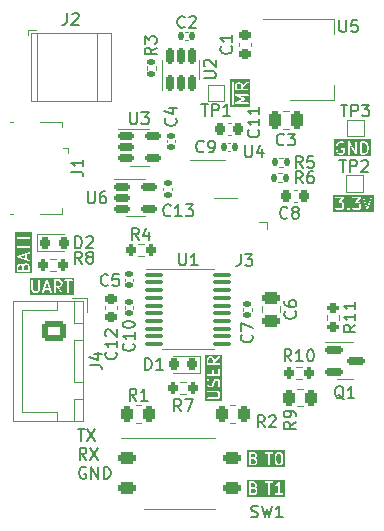
<source format=gbr>
G04 #@! TF.GenerationSoftware,KiCad,Pcbnew,7.0.8*
G04 #@! TF.CreationDate,2024-01-21T00:56:49-07:00*
G04 #@! TF.ProjectId,lapbeacon,6c617062-6561-4636-9f6e-2e6b69636164,v1*
G04 #@! TF.SameCoordinates,Original*
G04 #@! TF.FileFunction,Legend,Top*
G04 #@! TF.FilePolarity,Positive*
%FSLAX46Y46*%
G04 Gerber Fmt 4.6, Leading zero omitted, Abs format (unit mm)*
G04 Created by KiCad (PCBNEW 7.0.8) date 2024-01-21 00:56:49*
%MOMM*%
%LPD*%
G01*
G04 APERTURE LIST*
G04 Aperture macros list*
%AMRoundRect*
0 Rectangle with rounded corners*
0 $1 Rounding radius*
0 $2 $3 $4 $5 $6 $7 $8 $9 X,Y pos of 4 corners*
0 Add a 4 corners polygon primitive as box body*
4,1,4,$2,$3,$4,$5,$6,$7,$8,$9,$2,$3,0*
0 Add four circle primitives for the rounded corners*
1,1,$1+$1,$2,$3*
1,1,$1+$1,$4,$5*
1,1,$1+$1,$6,$7*
1,1,$1+$1,$8,$9*
0 Add four rect primitives between the rounded corners*
20,1,$1+$1,$2,$3,$4,$5,0*
20,1,$1+$1,$4,$5,$6,$7,0*
20,1,$1+$1,$6,$7,$8,$9,0*
20,1,$1+$1,$8,$9,$2,$3,0*%
G04 Aperture macros list end*
%ADD10C,0.150000*%
%ADD11C,0.120000*%
%ADD12RoundRect,0.140000X0.140000X0.170000X-0.140000X0.170000X-0.140000X-0.170000X0.140000X-0.170000X0*%
%ADD13RoundRect,0.200000X0.200000X0.275000X-0.200000X0.275000X-0.200000X-0.275000X0.200000X-0.275000X0*%
%ADD14C,3.200000*%
%ADD15RoundRect,0.275000X-0.475000X0.275000X-0.475000X-0.275000X0.475000X-0.275000X0.475000X0.275000X0*%
%ADD16RoundRect,0.150000X-0.512500X-0.150000X0.512500X-0.150000X0.512500X0.150000X-0.512500X0.150000X0*%
%ADD17R,1.450000X0.450000*%
%ADD18C,0.990600*%
%ADD19C,0.787400*%
%ADD20RoundRect,0.250000X0.262500X0.450000X-0.262500X0.450000X-0.262500X-0.450000X0.262500X-0.450000X0*%
%ADD21RoundRect,0.150000X-0.587500X-0.150000X0.587500X-0.150000X0.587500X0.150000X-0.587500X0.150000X0*%
%ADD22RoundRect,0.140000X-0.140000X-0.170000X0.140000X-0.170000X0.140000X0.170000X-0.140000X0.170000X0*%
%ADD23RoundRect,0.200000X-0.200000X-0.275000X0.200000X-0.275000X0.200000X0.275000X-0.200000X0.275000X0*%
%ADD24RoundRect,0.135000X0.135000X0.185000X-0.135000X0.185000X-0.135000X-0.185000X0.135000X-0.185000X0*%
%ADD25R,2.000000X1.500000*%
%ADD26R,2.000000X3.800000*%
%ADD27RoundRect,0.218750X0.218750X0.256250X-0.218750X0.256250X-0.218750X-0.256250X0.218750X-0.256250X0*%
%ADD28RoundRect,0.140000X-0.170000X0.140000X-0.170000X-0.140000X0.170000X-0.140000X0.170000X0.140000X0*%
%ADD29RoundRect,0.225000X-0.225000X-0.250000X0.225000X-0.250000X0.225000X0.250000X-0.225000X0.250000X0*%
%ADD30RoundRect,0.100000X-0.637500X-0.100000X0.637500X-0.100000X0.637500X0.100000X-0.637500X0.100000X0*%
%ADD31R,1.000000X1.000000*%
%ADD32RoundRect,0.200000X-0.275000X0.200000X-0.275000X-0.200000X0.275000X-0.200000X0.275000X0.200000X0*%
%ADD33RoundRect,0.225000X-0.250000X0.225000X-0.250000X-0.225000X0.250000X-0.225000X0.250000X0.225000X0*%
%ADD34RoundRect,0.218750X-0.218750X-0.256250X0.218750X-0.256250X0.218750X0.256250X-0.218750X0.256250X0*%
%ADD35RoundRect,0.135000X-0.185000X0.135000X-0.185000X-0.135000X0.185000X-0.135000X0.185000X0.135000X0*%
%ADD36R,2.100000X2.100000*%
%ADD37C,2.100000*%
%ADD38RoundRect,0.250000X-0.475000X0.250000X-0.475000X-0.250000X0.475000X-0.250000X0.475000X0.250000X0*%
%ADD39RoundRect,0.225000X0.225000X0.250000X-0.225000X0.250000X-0.225000X-0.250000X0.225000X-0.250000X0*%
%ADD40RoundRect,0.250000X-0.725000X0.600000X-0.725000X-0.600000X0.725000X-0.600000X0.725000X0.600000X0*%
%ADD41O,1.950000X1.700000*%
%ADD42RoundRect,0.250000X-0.250000X-0.475000X0.250000X-0.475000X0.250000X0.475000X-0.250000X0.475000X0*%
%ADD43RoundRect,0.250000X-0.262500X-0.450000X0.262500X-0.450000X0.262500X0.450000X-0.262500X0.450000X0*%
%ADD44RoundRect,0.150000X0.150000X-0.512500X0.150000X0.512500X-0.150000X0.512500X-0.150000X-0.512500X0*%
%ADD45R,1.350000X0.400000*%
%ADD46O,1.900000X1.200000*%
%ADD47R,1.900000X1.200000*%
%ADD48C,1.450000*%
%ADD49R,1.900000X1.500000*%
%ADD50R,1.800000X1.800000*%
%ADD51C,1.800000*%
G04 APERTURE END LIST*
D10*
G36*
X135908912Y-116809104D02*
G01*
X135640836Y-116809104D01*
X135774874Y-116406989D01*
X135908912Y-116809104D01*
G37*
G36*
X136873304Y-116279077D02*
G01*
X136903711Y-116309484D01*
X136937969Y-116378000D01*
X136937969Y-116485447D01*
X136903711Y-116553963D01*
X136873304Y-116584370D01*
X136804788Y-116618628D01*
X136516541Y-116618628D01*
X136516541Y-116244819D01*
X136804788Y-116244819D01*
X136873304Y-116279077D01*
G37*
G36*
X138086830Y-117387676D02*
G01*
X134318922Y-117387676D01*
X134318922Y-116979342D01*
X134461779Y-116979342D01*
X134463312Y-116983555D01*
X134462271Y-116987916D01*
X134469697Y-117012883D01*
X134517316Y-117108121D01*
X134518504Y-117109246D01*
X134531364Y-117127612D01*
X134578983Y-117175232D01*
X134580464Y-117175922D01*
X134598476Y-117189282D01*
X134693714Y-117236901D01*
X134698167Y-117237413D01*
X134701603Y-117240296D01*
X134727255Y-117244819D01*
X134917731Y-117244819D01*
X134921944Y-117243285D01*
X134926305Y-117244327D01*
X134951272Y-117236901D01*
X135046510Y-117189282D01*
X135047634Y-117188094D01*
X135066003Y-117175232D01*
X135095132Y-117146102D01*
X135370390Y-117146102D01*
X135371791Y-117197386D01*
X135405828Y-117235771D01*
X135456577Y-117243296D01*
X135500289Y-117216441D01*
X135512692Y-117193536D01*
X135590836Y-116959104D01*
X135958912Y-116959104D01*
X136037056Y-117193536D01*
X136068947Y-117233722D01*
X136119208Y-117244008D01*
X136164322Y-117219579D01*
X136183179Y-117171867D01*
X136182875Y-117169819D01*
X136366541Y-117169819D01*
X136384088Y-117218028D01*
X136428517Y-117243680D01*
X136479041Y-117234771D01*
X136512018Y-117195471D01*
X136516541Y-117169819D01*
X136516541Y-116768628D01*
X136640587Y-116768628D01*
X136951527Y-117212829D01*
X136993548Y-117242261D01*
X137044656Y-117237797D01*
X137080938Y-117201525D01*
X137085417Y-117150418D01*
X137074412Y-117126810D01*
X136823442Y-116768282D01*
X136826706Y-116767094D01*
X136831067Y-116768136D01*
X136856034Y-116760710D01*
X136951272Y-116713091D01*
X136952397Y-116711901D01*
X136970764Y-116699042D01*
X137018383Y-116651423D01*
X137019074Y-116649941D01*
X137032432Y-116631931D01*
X137080051Y-116536693D01*
X137080563Y-116532239D01*
X137083446Y-116528804D01*
X137087969Y-116503152D01*
X137087969Y-116360295D01*
X137086435Y-116356081D01*
X137087477Y-116351720D01*
X137080051Y-116326754D01*
X137032432Y-116231516D01*
X137031242Y-116230390D01*
X137018383Y-116212024D01*
X136970764Y-116164405D01*
X136969282Y-116163714D01*
X136959953Y-116156795D01*
X137224823Y-116156795D01*
X137233732Y-116207319D01*
X137273032Y-116240296D01*
X137298684Y-116244819D01*
X137509398Y-116244819D01*
X137509398Y-117169819D01*
X137526945Y-117218028D01*
X137571374Y-117243680D01*
X137621898Y-117234771D01*
X137654875Y-117195471D01*
X137659398Y-117169819D01*
X137659398Y-116244819D01*
X137870112Y-116244819D01*
X137918321Y-116227272D01*
X137943973Y-116182843D01*
X137935064Y-116132319D01*
X137895764Y-116099342D01*
X137870112Y-116094819D01*
X137298684Y-116094819D01*
X137250475Y-116112366D01*
X137224823Y-116156795D01*
X136959953Y-116156795D01*
X136951272Y-116150356D01*
X136856034Y-116102737D01*
X136851580Y-116102224D01*
X136848145Y-116099342D01*
X136822493Y-116094819D01*
X136441541Y-116094819D01*
X136423232Y-116101482D01*
X136404041Y-116104867D01*
X136399690Y-116110051D01*
X136393332Y-116112366D01*
X136383589Y-116129239D01*
X136371064Y-116144167D01*
X136369346Y-116153909D01*
X136367680Y-116156795D01*
X136368258Y-116160077D01*
X136366541Y-116169819D01*
X136366541Y-117169819D01*
X136182875Y-117169819D01*
X136179358Y-117146102D01*
X135846025Y-116146102D01*
X135844682Y-116144410D01*
X135844624Y-116142253D01*
X135828882Y-116124500D01*
X135814134Y-116105916D01*
X135812019Y-116105483D01*
X135810586Y-116103867D01*
X135787117Y-116100387D01*
X135763873Y-116095630D01*
X135761973Y-116096658D01*
X135759838Y-116096342D01*
X135739620Y-116108762D01*
X135718759Y-116120059D01*
X135717965Y-116122066D01*
X135716125Y-116123197D01*
X135703723Y-116146102D01*
X135370390Y-117146102D01*
X135095132Y-117146102D01*
X135113621Y-117127613D01*
X135114311Y-117126131D01*
X135127670Y-117108121D01*
X135175289Y-117012883D01*
X135175801Y-117008429D01*
X135178684Y-117004994D01*
X135183207Y-116979342D01*
X135183207Y-116169819D01*
X135165660Y-116121610D01*
X135121231Y-116095958D01*
X135070707Y-116104867D01*
X135037730Y-116144167D01*
X135033207Y-116169819D01*
X135033207Y-116961637D01*
X134998948Y-117030153D01*
X134968541Y-117060561D01*
X134900026Y-117094819D01*
X134744960Y-117094819D01*
X134676444Y-117060561D01*
X134646037Y-117030153D01*
X134611779Y-116961637D01*
X134611779Y-116169819D01*
X134594232Y-116121610D01*
X134549803Y-116095958D01*
X134499279Y-116104867D01*
X134466302Y-116144167D01*
X134461779Y-116169819D01*
X134461779Y-116979342D01*
X134318922Y-116979342D01*
X134318922Y-115951962D01*
X138086830Y-115951962D01*
X138086830Y-117387676D01*
G37*
G36*
X163455548Y-110387676D02*
G01*
X160024823Y-110387676D01*
X160024823Y-109156795D01*
X160167680Y-109156795D01*
X160176589Y-109207319D01*
X160215889Y-109240296D01*
X160241541Y-109244819D01*
X160695306Y-109244819D01*
X160470812Y-109501383D01*
X160463505Y-109520234D01*
X160453394Y-109537747D01*
X160454433Y-109543640D01*
X160452271Y-109549219D01*
X160458791Y-109568358D01*
X160462303Y-109588271D01*
X160466886Y-109592116D01*
X160468816Y-109597781D01*
X160486114Y-109608251D01*
X160501603Y-109621248D01*
X160510046Y-109622736D01*
X160512705Y-109624346D01*
X160516146Y-109623812D01*
X160527255Y-109625771D01*
X160652407Y-109625771D01*
X160720923Y-109660029D01*
X160751330Y-109690436D01*
X160785588Y-109758952D01*
X160785588Y-109961637D01*
X160751329Y-110030153D01*
X160720922Y-110060561D01*
X160652407Y-110094819D01*
X160402103Y-110094819D01*
X160333587Y-110060561D01*
X160294575Y-110021548D01*
X160248078Y-109999866D01*
X160198523Y-110013143D01*
X160169097Y-110055168D01*
X160173567Y-110106275D01*
X160188507Y-110127612D01*
X160236126Y-110175232D01*
X160237607Y-110175922D01*
X160255619Y-110189282D01*
X160350857Y-110236901D01*
X160355310Y-110237413D01*
X160358746Y-110240296D01*
X160384398Y-110244819D01*
X160670112Y-110244819D01*
X160674325Y-110243285D01*
X160678686Y-110244327D01*
X160703653Y-110236901D01*
X160798891Y-110189282D01*
X160800015Y-110188094D01*
X160818384Y-110175232D01*
X160866002Y-110127613D01*
X160866692Y-110126131D01*
X160874456Y-110115664D01*
X161166827Y-110115664D01*
X161171869Y-110134484D01*
X161173568Y-110153896D01*
X161179241Y-110161998D01*
X161180104Y-110165219D01*
X161182835Y-110167131D01*
X161188508Y-110175233D01*
X161236127Y-110222852D01*
X161253785Y-110231085D01*
X161269749Y-110242264D01*
X161273165Y-110241965D01*
X161276136Y-110243680D01*
X161279515Y-110243084D01*
X161282623Y-110244533D01*
X161301442Y-110239490D01*
X161320856Y-110237792D01*
X161324669Y-110235122D01*
X161326660Y-110234771D01*
X161328781Y-110232242D01*
X161328958Y-110232118D01*
X161332178Y-110231256D01*
X161334089Y-110228526D01*
X161342193Y-110222852D01*
X161389812Y-110175233D01*
X161398046Y-110157574D01*
X161409223Y-110141612D01*
X161408633Y-110134869D01*
X161411493Y-110128737D01*
X161406450Y-110109918D01*
X161404753Y-110090505D01*
X161399078Y-110082400D01*
X161398216Y-110079182D01*
X161395486Y-110077270D01*
X161389812Y-110069167D01*
X161342194Y-110021548D01*
X161324536Y-110013314D01*
X161308571Y-110002135D01*
X161305154Y-110002433D01*
X161302184Y-110000719D01*
X161298804Y-110001314D01*
X161295697Y-109999866D01*
X161276877Y-110004908D01*
X161257463Y-110006607D01*
X161253649Y-110009277D01*
X161251660Y-110009628D01*
X161249538Y-110012155D01*
X161249360Y-110012280D01*
X161246142Y-110013143D01*
X161244230Y-110015872D01*
X161236126Y-110021548D01*
X161188507Y-110069168D01*
X161180273Y-110086825D01*
X161169096Y-110102789D01*
X161169686Y-110109532D01*
X161166827Y-110115664D01*
X160874456Y-110115664D01*
X160880051Y-110108121D01*
X160927670Y-110012883D01*
X160928182Y-110008429D01*
X160931065Y-110004994D01*
X160935588Y-109979342D01*
X160935588Y-109741247D01*
X160934054Y-109737033D01*
X160935096Y-109732672D01*
X160927670Y-109707706D01*
X160880051Y-109612468D01*
X160878861Y-109611342D01*
X160866002Y-109592976D01*
X160818383Y-109545357D01*
X160816901Y-109544666D01*
X160798891Y-109531308D01*
X160703653Y-109483689D01*
X160699199Y-109483176D01*
X160695764Y-109480294D01*
X160689540Y-109479196D01*
X160917031Y-109219207D01*
X160924337Y-109200355D01*
X160934449Y-109182843D01*
X160933409Y-109176949D01*
X160935572Y-109171371D01*
X160930606Y-109156795D01*
X161596251Y-109156795D01*
X161605160Y-109207319D01*
X161644460Y-109240296D01*
X161670112Y-109244819D01*
X162123877Y-109244819D01*
X161899383Y-109501383D01*
X161892076Y-109520234D01*
X161881965Y-109537747D01*
X161883004Y-109543640D01*
X161880842Y-109549219D01*
X161887362Y-109568358D01*
X161890874Y-109588271D01*
X161895457Y-109592116D01*
X161897387Y-109597781D01*
X161914685Y-109608251D01*
X161930174Y-109621248D01*
X161938617Y-109622736D01*
X161941276Y-109624346D01*
X161944717Y-109623812D01*
X161955826Y-109625771D01*
X162080978Y-109625771D01*
X162149494Y-109660029D01*
X162179901Y-109690436D01*
X162214159Y-109758952D01*
X162214159Y-109961637D01*
X162179900Y-110030153D01*
X162149493Y-110060561D01*
X162080978Y-110094819D01*
X161830674Y-110094819D01*
X161762158Y-110060561D01*
X161723146Y-110021548D01*
X161676649Y-109999866D01*
X161627094Y-110013143D01*
X161597668Y-110055168D01*
X161602138Y-110106275D01*
X161617078Y-110127612D01*
X161664697Y-110175232D01*
X161666178Y-110175922D01*
X161684190Y-110189282D01*
X161779428Y-110236901D01*
X161783881Y-110237413D01*
X161787317Y-110240296D01*
X161812969Y-110244819D01*
X162098683Y-110244819D01*
X162102896Y-110243285D01*
X162107257Y-110244327D01*
X162132224Y-110236901D01*
X162227462Y-110189282D01*
X162228586Y-110188094D01*
X162246955Y-110175232D01*
X162294573Y-110127613D01*
X162295263Y-110126131D01*
X162308622Y-110108121D01*
X162356241Y-110012883D01*
X162356753Y-110008429D01*
X162359636Y-110004994D01*
X162364159Y-109979342D01*
X162364159Y-109741247D01*
X162362625Y-109737033D01*
X162363667Y-109732672D01*
X162356241Y-109707706D01*
X162308622Y-109612468D01*
X162307432Y-109611342D01*
X162294573Y-109592976D01*
X162246954Y-109545357D01*
X162245472Y-109544666D01*
X162227462Y-109531308D01*
X162132224Y-109483689D01*
X162127770Y-109483176D01*
X162124335Y-109480294D01*
X162118111Y-109479196D01*
X162345602Y-109219207D01*
X162352908Y-109200355D01*
X162363020Y-109182843D01*
X162361980Y-109176949D01*
X162364143Y-109171371D01*
X162362916Y-109167770D01*
X162499902Y-109167770D01*
X162503723Y-109193536D01*
X162837056Y-110193536D01*
X162838398Y-110195227D01*
X162838457Y-110197386D01*
X162854206Y-110215147D01*
X162868947Y-110233722D01*
X162871060Y-110234154D01*
X162872494Y-110235771D01*
X162895964Y-110239251D01*
X162919208Y-110244008D01*
X162921107Y-110242979D01*
X162923243Y-110243296D01*
X162943456Y-110230877D01*
X162964322Y-110219579D01*
X162965115Y-110217571D01*
X162966955Y-110216441D01*
X162979358Y-110193536D01*
X163312691Y-109193536D01*
X163311290Y-109142253D01*
X163277252Y-109103867D01*
X163226504Y-109096342D01*
X163182791Y-109123197D01*
X163170389Y-109146102D01*
X162908207Y-109932648D01*
X162646025Y-109146102D01*
X162614134Y-109105916D01*
X162563873Y-109095630D01*
X162518759Y-109120059D01*
X162499902Y-109167770D01*
X162362916Y-109167770D01*
X162357622Y-109152231D01*
X162354111Y-109132319D01*
X162349527Y-109128473D01*
X162347598Y-109122809D01*
X162330299Y-109112338D01*
X162314811Y-109099342D01*
X162306367Y-109097853D01*
X162303709Y-109096244D01*
X162300267Y-109096777D01*
X162289159Y-109094819D01*
X161670112Y-109094819D01*
X161621903Y-109112366D01*
X161596251Y-109156795D01*
X160930606Y-109156795D01*
X160929051Y-109152231D01*
X160925540Y-109132319D01*
X160920956Y-109128473D01*
X160919027Y-109122809D01*
X160901728Y-109112338D01*
X160886240Y-109099342D01*
X160877796Y-109097853D01*
X160875138Y-109096244D01*
X160871696Y-109096777D01*
X160860588Y-109094819D01*
X160241541Y-109094819D01*
X160193332Y-109112366D01*
X160167680Y-109156795D01*
X160024823Y-109156795D01*
X160024823Y-108951962D01*
X163455548Y-108951962D01*
X163455548Y-110387676D01*
G37*
G36*
X153372455Y-133859180D02*
G01*
X153398949Y-133885674D01*
X153433207Y-133954190D01*
X153433207Y-134061637D01*
X153398948Y-134130153D01*
X153368541Y-134160561D01*
X153300026Y-134194819D01*
X153011779Y-134194819D01*
X153011779Y-133821009D01*
X153257942Y-133821009D01*
X153372455Y-133859180D01*
G37*
G36*
X153320923Y-133379077D02*
G01*
X153351330Y-133409484D01*
X153385588Y-133478000D01*
X153385588Y-133537828D01*
X153351330Y-133606344D01*
X153320923Y-133636751D01*
X153252407Y-133671009D01*
X153011779Y-133671009D01*
X153011779Y-133344819D01*
X153252407Y-133344819D01*
X153320923Y-133379077D01*
G37*
G36*
X155915401Y-134487676D02*
G01*
X152718922Y-134487676D01*
X152718922Y-134269819D01*
X152861779Y-134269819D01*
X152868442Y-134288127D01*
X152871827Y-134307319D01*
X152877011Y-134311669D01*
X152879326Y-134318028D01*
X152896199Y-134327770D01*
X152911127Y-134340296D01*
X152920869Y-134342013D01*
X152923755Y-134343680D01*
X152927037Y-134343101D01*
X152936779Y-134344819D01*
X153317731Y-134344819D01*
X153321944Y-134343285D01*
X153326305Y-134344327D01*
X153351272Y-134336901D01*
X153446510Y-134289282D01*
X153447634Y-134288094D01*
X153466003Y-134275232D01*
X153471416Y-134269819D01*
X153861779Y-134269819D01*
X153879326Y-134318028D01*
X153923755Y-134343680D01*
X153974279Y-134334771D01*
X154007256Y-134295471D01*
X154011779Y-134269819D01*
X154011779Y-133269819D01*
X154007039Y-133256795D01*
X154196251Y-133256795D01*
X154205160Y-133307319D01*
X154244460Y-133340296D01*
X154270112Y-133344819D01*
X154480826Y-133344819D01*
X154480826Y-134269819D01*
X154498373Y-134318028D01*
X154542802Y-134343680D01*
X154593326Y-134334771D01*
X154626303Y-134295471D01*
X154630826Y-134269819D01*
X154630826Y-134256795D01*
X155053394Y-134256795D01*
X155062303Y-134307319D01*
X155101603Y-134340296D01*
X155127255Y-134344819D01*
X155698683Y-134344819D01*
X155746892Y-134327272D01*
X155772544Y-134282843D01*
X155763635Y-134232319D01*
X155724335Y-134199342D01*
X155698683Y-134194819D01*
X155487969Y-134194819D01*
X155487969Y-133269819D01*
X155486493Y-133265765D01*
X155487514Y-133261576D01*
X155477866Y-133242063D01*
X155470422Y-133221610D01*
X155466687Y-133219454D01*
X155464776Y-133215587D01*
X155444841Y-133206840D01*
X155425993Y-133195958D01*
X155421745Y-133196706D01*
X155417796Y-133194974D01*
X155396901Y-133201087D01*
X155375469Y-133204867D01*
X155372697Y-133208169D01*
X155368558Y-133209381D01*
X155350565Y-133228216D01*
X155259445Y-133364896D01*
X155178066Y-133446275D01*
X155093714Y-133488451D01*
X155058442Y-133525705D01*
X155055367Y-133576916D01*
X155085931Y-133618121D01*
X155135829Y-133630041D01*
X155160796Y-133622615D01*
X155256034Y-133574996D01*
X155257159Y-133573806D01*
X155275526Y-133560947D01*
X155337969Y-133498504D01*
X155337969Y-134194819D01*
X155127255Y-134194819D01*
X155079046Y-134212366D01*
X155053394Y-134256795D01*
X154630826Y-134256795D01*
X154630826Y-133344819D01*
X154841540Y-133344819D01*
X154889749Y-133327272D01*
X154915401Y-133282843D01*
X154906492Y-133232319D01*
X154867192Y-133199342D01*
X154841540Y-133194819D01*
X154270112Y-133194819D01*
X154221903Y-133212366D01*
X154196251Y-133256795D01*
X154007039Y-133256795D01*
X153994232Y-133221610D01*
X153949803Y-133195958D01*
X153899279Y-133204867D01*
X153866302Y-133244167D01*
X153861779Y-133269819D01*
X153861779Y-134269819D01*
X153471416Y-134269819D01*
X153513621Y-134227613D01*
X153514311Y-134226131D01*
X153527670Y-134208121D01*
X153575289Y-134112883D01*
X153575801Y-134108429D01*
X153578684Y-134104994D01*
X153583207Y-134079342D01*
X153583207Y-133936485D01*
X153581673Y-133932271D01*
X153582715Y-133927910D01*
X153575289Y-133902944D01*
X153527670Y-133807706D01*
X153526480Y-133806580D01*
X153513621Y-133788214D01*
X153466002Y-133740595D01*
X153461938Y-133738700D01*
X153459591Y-133734879D01*
X153443590Y-133726215D01*
X153466002Y-133703804D01*
X153466693Y-133702322D01*
X153480051Y-133684312D01*
X153527670Y-133589074D01*
X153528182Y-133584620D01*
X153531065Y-133581185D01*
X153535588Y-133555533D01*
X153535588Y-133460295D01*
X153534054Y-133456081D01*
X153535096Y-133451720D01*
X153527670Y-133426754D01*
X153480051Y-133331516D01*
X153478861Y-133330390D01*
X153466002Y-133312024D01*
X153418383Y-133264405D01*
X153416901Y-133263714D01*
X153398891Y-133250356D01*
X153303653Y-133202737D01*
X153299199Y-133202224D01*
X153295764Y-133199342D01*
X153270112Y-133194819D01*
X152936779Y-133194819D01*
X152918470Y-133201482D01*
X152899279Y-133204867D01*
X152894928Y-133210051D01*
X152888570Y-133212366D01*
X152878827Y-133229239D01*
X152866302Y-133244167D01*
X152864584Y-133253909D01*
X152862918Y-133256795D01*
X152863496Y-133260077D01*
X152861779Y-133269819D01*
X152861779Y-134269819D01*
X152718922Y-134269819D01*
X152718922Y-133051962D01*
X155915401Y-133051962D01*
X155915401Y-134487676D01*
G37*
G36*
X133606344Y-114948669D02*
G01*
X133636751Y-114979076D01*
X133671009Y-115047592D01*
X133671009Y-115288220D01*
X133344819Y-115288220D01*
X133344819Y-115047592D01*
X133379077Y-114979076D01*
X133409484Y-114948669D01*
X133478000Y-114914411D01*
X133537828Y-114914411D01*
X133606344Y-114948669D01*
G37*
G36*
X134130153Y-114901050D02*
G01*
X134160561Y-114931457D01*
X134194819Y-114999973D01*
X134194819Y-115288220D01*
X133821009Y-115288220D01*
X133821009Y-115042057D01*
X133859180Y-114927543D01*
X133885674Y-114901050D01*
X133954190Y-114866792D01*
X134061637Y-114866792D01*
X134130153Y-114901050D01*
G37*
G36*
X133909104Y-114306782D02*
G01*
X133506989Y-114172744D01*
X133909104Y-114038705D01*
X133909104Y-114306782D01*
G37*
G36*
X134487676Y-115581077D02*
G01*
X133051962Y-115581077D01*
X133051962Y-115363220D01*
X133194819Y-115363220D01*
X133201482Y-115381528D01*
X133204867Y-115400720D01*
X133210051Y-115405070D01*
X133212366Y-115411429D01*
X133229239Y-115421171D01*
X133244167Y-115433697D01*
X133253909Y-115435414D01*
X133256795Y-115437081D01*
X133260077Y-115436502D01*
X133269819Y-115438220D01*
X134269819Y-115438220D01*
X134288127Y-115431556D01*
X134307319Y-115428172D01*
X134311669Y-115422987D01*
X134318028Y-115420673D01*
X134327770Y-115403799D01*
X134340296Y-115388872D01*
X134342013Y-115379129D01*
X134343680Y-115376244D01*
X134343101Y-115372961D01*
X134344819Y-115363220D01*
X134344819Y-114982268D01*
X134343285Y-114978054D01*
X134344327Y-114973693D01*
X134336901Y-114948727D01*
X134289282Y-114853489D01*
X134288094Y-114852364D01*
X134275232Y-114833996D01*
X134227612Y-114786377D01*
X134226129Y-114785685D01*
X134208121Y-114772329D01*
X134112883Y-114724710D01*
X134108429Y-114724197D01*
X134104994Y-114721315D01*
X134079342Y-114716792D01*
X133936485Y-114716792D01*
X133932271Y-114718325D01*
X133927910Y-114717284D01*
X133902944Y-114724710D01*
X133807706Y-114772329D01*
X133806580Y-114773518D01*
X133788214Y-114786378D01*
X133740595Y-114833997D01*
X133738700Y-114838060D01*
X133734879Y-114840408D01*
X133726215Y-114856408D01*
X133703804Y-114833997D01*
X133702322Y-114833306D01*
X133684312Y-114819948D01*
X133589074Y-114772329D01*
X133584620Y-114771816D01*
X133581185Y-114768934D01*
X133555533Y-114764411D01*
X133460295Y-114764411D01*
X133456081Y-114765944D01*
X133451720Y-114764903D01*
X133426754Y-114772329D01*
X133331516Y-114819948D01*
X133330390Y-114821137D01*
X133312024Y-114833997D01*
X133264405Y-114881616D01*
X133263714Y-114883097D01*
X133250356Y-114901108D01*
X133202737Y-114996346D01*
X133202224Y-115000799D01*
X133199342Y-115004235D01*
X133194819Y-115029887D01*
X133194819Y-115363220D01*
X133051962Y-115363220D01*
X133051962Y-114183745D01*
X133195630Y-114183745D01*
X133196658Y-114185644D01*
X133196342Y-114187780D01*
X133208760Y-114207993D01*
X133220059Y-114228859D01*
X133222066Y-114229652D01*
X133223197Y-114231492D01*
X133246102Y-114243895D01*
X134246102Y-114577228D01*
X134297385Y-114575827D01*
X134335771Y-114541789D01*
X134343296Y-114491041D01*
X134316441Y-114447328D01*
X134293536Y-114434926D01*
X134059104Y-114356782D01*
X134059104Y-113988705D01*
X134293536Y-113910562D01*
X134333722Y-113878671D01*
X134344008Y-113828410D01*
X134319579Y-113783296D01*
X134271867Y-113764439D01*
X134246102Y-113768260D01*
X133246102Y-114101593D01*
X133244410Y-114102935D01*
X133242252Y-114102994D01*
X133224490Y-114118743D01*
X133205916Y-114133484D01*
X133205483Y-114135597D01*
X133203867Y-114137031D01*
X133200386Y-114160501D01*
X133195630Y-114183745D01*
X133051962Y-114183745D01*
X133051962Y-113648934D01*
X133194819Y-113648934D01*
X133212366Y-113697143D01*
X133256795Y-113722795D01*
X133307319Y-113713886D01*
X133340296Y-113674586D01*
X133344819Y-113648934D01*
X133344819Y-113438220D01*
X134269819Y-113438220D01*
X134318028Y-113420673D01*
X134343680Y-113376244D01*
X134334771Y-113325720D01*
X134295471Y-113292743D01*
X134269819Y-113288220D01*
X133344819Y-113288220D01*
X133344819Y-113077506D01*
X133327272Y-113029297D01*
X133282843Y-113003645D01*
X133232319Y-113012554D01*
X133199342Y-113051854D01*
X133194819Y-113077506D01*
X133194819Y-113648934D01*
X133051962Y-113648934D01*
X133051962Y-112887029D01*
X133194819Y-112887029D01*
X133212366Y-112935238D01*
X133256795Y-112960890D01*
X133307319Y-112951981D01*
X133340296Y-112912681D01*
X133344819Y-112887029D01*
X133344819Y-112676315D01*
X134269819Y-112676315D01*
X134318028Y-112658768D01*
X134343680Y-112614339D01*
X134334771Y-112563815D01*
X134295471Y-112530838D01*
X134269819Y-112526315D01*
X133344819Y-112526315D01*
X133344819Y-112315601D01*
X133327272Y-112267392D01*
X133282843Y-112241740D01*
X133232319Y-112250649D01*
X133199342Y-112289949D01*
X133194819Y-112315601D01*
X133194819Y-112887029D01*
X133051962Y-112887029D01*
X133051962Y-112098883D01*
X134487676Y-112098883D01*
X134487676Y-115581077D01*
G37*
G36*
X152153963Y-99558193D02*
G01*
X152184370Y-99588600D01*
X152218628Y-99657116D01*
X152218628Y-99945363D01*
X151844819Y-99945363D01*
X151844819Y-99657116D01*
X151879077Y-99588600D01*
X151909484Y-99558193D01*
X151978000Y-99523935D01*
X152085447Y-99523935D01*
X152153963Y-99558193D01*
G37*
G36*
X152986537Y-101518034D02*
G01*
X151274343Y-101518034D01*
X151274343Y-101301316D01*
X151417200Y-101301316D01*
X151434747Y-101349525D01*
X151479176Y-101375177D01*
X151529700Y-101366268D01*
X151562677Y-101326968D01*
X151567200Y-101301316D01*
X151567200Y-100503069D01*
X151695102Y-100503069D01*
X151702022Y-100517920D01*
X151704867Y-100534054D01*
X151712539Y-100540492D01*
X151716770Y-100549571D01*
X151738103Y-100564518D01*
X152306750Y-100829887D01*
X151738103Y-101095256D01*
X151731022Y-101102341D01*
X151721610Y-101105767D01*
X151713417Y-101119956D01*
X151701837Y-101131544D01*
X151700966Y-101141520D01*
X151695958Y-101150196D01*
X151698803Y-101166331D01*
X151697380Y-101182653D01*
X151703127Y-101190856D01*
X151704867Y-101200720D01*
X151717417Y-101211251D01*
X151726819Y-101224669D01*
X151736493Y-101227258D01*
X151744167Y-101233697D01*
X151769819Y-101238220D01*
X152769819Y-101238220D01*
X152818028Y-101220673D01*
X152843680Y-101176244D01*
X152834771Y-101125720D01*
X152795471Y-101092743D01*
X152769819Y-101088220D01*
X152107887Y-101088220D01*
X152515821Y-100897851D01*
X152529579Y-100884084D01*
X152545528Y-100872924D01*
X152547287Y-100866364D01*
X152552086Y-100861563D01*
X152553777Y-100842174D01*
X152558821Y-100823373D01*
X152555953Y-100817219D01*
X152556544Y-100810454D01*
X152545372Y-100794510D01*
X152537153Y-100776870D01*
X152529018Y-100771170D01*
X152527104Y-100768438D01*
X152523892Y-100767578D01*
X152515821Y-100761923D01*
X152107887Y-100571554D01*
X152769819Y-100571554D01*
X152818028Y-100554007D01*
X152843680Y-100509578D01*
X152834771Y-100459054D01*
X152795471Y-100426077D01*
X152769819Y-100421554D01*
X151769819Y-100421554D01*
X151760406Y-100424979D01*
X151750429Y-100424104D01*
X151737004Y-100433497D01*
X151721610Y-100439101D01*
X151716602Y-100447773D01*
X151708395Y-100453517D01*
X151704149Y-100469342D01*
X151695958Y-100483530D01*
X151697697Y-100493394D01*
X151695102Y-100503069D01*
X151567200Y-100503069D01*
X151567200Y-100020363D01*
X151694819Y-100020363D01*
X151701482Y-100038671D01*
X151704867Y-100057863D01*
X151710051Y-100062213D01*
X151712366Y-100068572D01*
X151729239Y-100078314D01*
X151744167Y-100090840D01*
X151753909Y-100092557D01*
X151756795Y-100094224D01*
X151760077Y-100093645D01*
X151769819Y-100095363D01*
X152769819Y-100095363D01*
X152818028Y-100077816D01*
X152843680Y-100033387D01*
X152834771Y-99982863D01*
X152795471Y-99949886D01*
X152769819Y-99945363D01*
X152368628Y-99945363D01*
X152368628Y-99821317D01*
X152812829Y-99510377D01*
X152842261Y-99468356D01*
X152837797Y-99417248D01*
X152801525Y-99380966D01*
X152750418Y-99376487D01*
X152726810Y-99387492D01*
X152368282Y-99638461D01*
X152367094Y-99635197D01*
X152368136Y-99630836D01*
X152360710Y-99605870D01*
X152313091Y-99510632D01*
X152311901Y-99509506D01*
X152299042Y-99491140D01*
X152251423Y-99443521D01*
X152249941Y-99442830D01*
X152231931Y-99429472D01*
X152136693Y-99381853D01*
X152132239Y-99381340D01*
X152128804Y-99378458D01*
X152103152Y-99373935D01*
X151960295Y-99373935D01*
X151956081Y-99375468D01*
X151951720Y-99374427D01*
X151926754Y-99381853D01*
X151831516Y-99429472D01*
X151830390Y-99430661D01*
X151812024Y-99443521D01*
X151764405Y-99491140D01*
X151763714Y-99492621D01*
X151750356Y-99510632D01*
X151702737Y-99605870D01*
X151702224Y-99610323D01*
X151699342Y-99613759D01*
X151694819Y-99639411D01*
X151694819Y-100020363D01*
X151567200Y-100020363D01*
X151567200Y-99358459D01*
X151549653Y-99310250D01*
X151505224Y-99284598D01*
X151454700Y-99293507D01*
X151421723Y-99332807D01*
X151417200Y-99358459D01*
X151417200Y-101301316D01*
X151274343Y-101301316D01*
X151274343Y-99141741D01*
X152986537Y-99141741D01*
X152986537Y-101518034D01*
G37*
G36*
X149753963Y-122796288D02*
G01*
X149784370Y-122826695D01*
X149818628Y-122895211D01*
X149818628Y-123183458D01*
X149444819Y-123183458D01*
X149444819Y-122895211D01*
X149479077Y-122826695D01*
X149509484Y-122796288D01*
X149578000Y-122762030D01*
X149685447Y-122762030D01*
X149753963Y-122796288D01*
G37*
G36*
X150587676Y-126381077D02*
G01*
X149151962Y-126381077D01*
X149151962Y-126150196D01*
X149295958Y-126150196D01*
X149304867Y-126200720D01*
X149344167Y-126233697D01*
X149369819Y-126238220D01*
X150179342Y-126238220D01*
X150183555Y-126236686D01*
X150187916Y-126237728D01*
X150212883Y-126230302D01*
X150308121Y-126182683D01*
X150309246Y-126181494D01*
X150327612Y-126168635D01*
X150375232Y-126121016D01*
X150375922Y-126119534D01*
X150389282Y-126101523D01*
X150436901Y-126006285D01*
X150437413Y-126001831D01*
X150440296Y-125998396D01*
X150444819Y-125972744D01*
X150444819Y-125782268D01*
X150443285Y-125778054D01*
X150444327Y-125773693D01*
X150436901Y-125748727D01*
X150389282Y-125653489D01*
X150388094Y-125652364D01*
X150375232Y-125633996D01*
X150327612Y-125586377D01*
X150326129Y-125585685D01*
X150308121Y-125572329D01*
X150212883Y-125524710D01*
X150208429Y-125524197D01*
X150204994Y-125521315D01*
X150179342Y-125516792D01*
X149369819Y-125516792D01*
X149321610Y-125534339D01*
X149295958Y-125578768D01*
X149304867Y-125629292D01*
X149344167Y-125662269D01*
X149369819Y-125666792D01*
X150161637Y-125666792D01*
X150230153Y-125701050D01*
X150260561Y-125731457D01*
X150294819Y-125799973D01*
X150294819Y-125955039D01*
X150260561Y-126023554D01*
X150230153Y-126053961D01*
X150161637Y-126088220D01*
X149369819Y-126088220D01*
X149321610Y-126105767D01*
X149295958Y-126150196D01*
X149151962Y-126150196D01*
X149151962Y-124972744D01*
X149294819Y-124972744D01*
X149296352Y-124976957D01*
X149295311Y-124981318D01*
X149302737Y-125006285D01*
X149350356Y-125101523D01*
X149351545Y-125102648D01*
X149364405Y-125121015D01*
X149412024Y-125168634D01*
X149413505Y-125169325D01*
X149431516Y-125182683D01*
X149526754Y-125230302D01*
X149531207Y-125230814D01*
X149534643Y-125233697D01*
X149560295Y-125238220D01*
X149655533Y-125238220D01*
X149659746Y-125236686D01*
X149664107Y-125237728D01*
X149689074Y-125230302D01*
X149784312Y-125182683D01*
X149785437Y-125181493D01*
X149803804Y-125168634D01*
X149851423Y-125121015D01*
X149852114Y-125119533D01*
X149865472Y-125101523D01*
X149913091Y-125006285D01*
X149913497Y-125002756D01*
X149918770Y-124990934D01*
X149964392Y-124808444D01*
X150002886Y-124731457D01*
X150033293Y-124701050D01*
X150101809Y-124666792D01*
X150161637Y-124666792D01*
X150230153Y-124701050D01*
X150260561Y-124731457D01*
X150294819Y-124799973D01*
X150294819Y-125008193D01*
X150251049Y-125139503D01*
X150252450Y-125190787D01*
X150286487Y-125229172D01*
X150337236Y-125236697D01*
X150380948Y-125209842D01*
X150393351Y-125186937D01*
X150440970Y-125044081D01*
X150440925Y-125042445D01*
X150444819Y-125020363D01*
X150444819Y-124782268D01*
X150443285Y-124778054D01*
X150444327Y-124773693D01*
X150436901Y-124748727D01*
X150389282Y-124653489D01*
X150388094Y-124652364D01*
X150375232Y-124633996D01*
X150327612Y-124586377D01*
X150326129Y-124585685D01*
X150308121Y-124572329D01*
X150212883Y-124524710D01*
X150208429Y-124524197D01*
X150204994Y-124521315D01*
X150179342Y-124516792D01*
X150084104Y-124516792D01*
X150079890Y-124518325D01*
X150075529Y-124517284D01*
X150050563Y-124524710D01*
X149955325Y-124572329D01*
X149954199Y-124573518D01*
X149935833Y-124586378D01*
X149888214Y-124633997D01*
X149887523Y-124635478D01*
X149874165Y-124653489D01*
X149826546Y-124748727D01*
X149826139Y-124752255D01*
X149820867Y-124764078D01*
X149775244Y-124946568D01*
X149736751Y-125023555D01*
X149706344Y-125053962D01*
X149637828Y-125088220D01*
X149578000Y-125088220D01*
X149509484Y-125053962D01*
X149479077Y-125023555D01*
X149444819Y-124955039D01*
X149444819Y-124746819D01*
X149488589Y-124615510D01*
X149487188Y-124564226D01*
X149453150Y-124525840D01*
X149402402Y-124518315D01*
X149358689Y-124545170D01*
X149346287Y-124568075D01*
X149298668Y-124710932D01*
X149298712Y-124712566D01*
X149294819Y-124734649D01*
X149294819Y-124972744D01*
X149151962Y-124972744D01*
X149151962Y-124163220D01*
X149294819Y-124163220D01*
X149301482Y-124181528D01*
X149304867Y-124200720D01*
X149310051Y-124205070D01*
X149312366Y-124211429D01*
X149329239Y-124221171D01*
X149344167Y-124233697D01*
X149353909Y-124235414D01*
X149356795Y-124237081D01*
X149360077Y-124236502D01*
X149369819Y-124238220D01*
X150369819Y-124238220D01*
X150388127Y-124231556D01*
X150407319Y-124228172D01*
X150411669Y-124222987D01*
X150418028Y-124220673D01*
X150427770Y-124203799D01*
X150440296Y-124188872D01*
X150442013Y-124179129D01*
X150443680Y-124176244D01*
X150443101Y-124172961D01*
X150444819Y-124163220D01*
X150444819Y-123687030D01*
X150427272Y-123638821D01*
X150382843Y-123613169D01*
X150332319Y-123622078D01*
X150299342Y-123661378D01*
X150294819Y-123687030D01*
X150294819Y-124088220D01*
X149921009Y-124088220D01*
X149921009Y-123829887D01*
X149903462Y-123781678D01*
X149859033Y-123756026D01*
X149808509Y-123764935D01*
X149775532Y-123804235D01*
X149771009Y-123829887D01*
X149771009Y-124088220D01*
X149444819Y-124088220D01*
X149444819Y-123687030D01*
X149427272Y-123638821D01*
X149382843Y-123613169D01*
X149332319Y-123622078D01*
X149299342Y-123661378D01*
X149294819Y-123687030D01*
X149294819Y-124163220D01*
X149151962Y-124163220D01*
X149151962Y-123258458D01*
X149294819Y-123258458D01*
X149301482Y-123276766D01*
X149304867Y-123295958D01*
X149310051Y-123300308D01*
X149312366Y-123306667D01*
X149329239Y-123316409D01*
X149344167Y-123328935D01*
X149353909Y-123330652D01*
X149356795Y-123332319D01*
X149360077Y-123331740D01*
X149369819Y-123333458D01*
X150369819Y-123333458D01*
X150418028Y-123315911D01*
X150443680Y-123271482D01*
X150434771Y-123220958D01*
X150395471Y-123187981D01*
X150369819Y-123183458D01*
X149968628Y-123183458D01*
X149968628Y-123059412D01*
X150412829Y-122748472D01*
X150442261Y-122706451D01*
X150437797Y-122655343D01*
X150401525Y-122619061D01*
X150350418Y-122614582D01*
X150326810Y-122625587D01*
X149968282Y-122876556D01*
X149967094Y-122873292D01*
X149968136Y-122868931D01*
X149960710Y-122843965D01*
X149913091Y-122748727D01*
X149911901Y-122747601D01*
X149899042Y-122729235D01*
X149851423Y-122681616D01*
X149849941Y-122680925D01*
X149831931Y-122667567D01*
X149736693Y-122619948D01*
X149732239Y-122619435D01*
X149728804Y-122616553D01*
X149703152Y-122612030D01*
X149560295Y-122612030D01*
X149556081Y-122613563D01*
X149551720Y-122612522D01*
X149526754Y-122619948D01*
X149431516Y-122667567D01*
X149430390Y-122668756D01*
X149412024Y-122681616D01*
X149364405Y-122729235D01*
X149363714Y-122730716D01*
X149350356Y-122748727D01*
X149302737Y-122843965D01*
X149302224Y-122848418D01*
X149299342Y-122851854D01*
X149294819Y-122877506D01*
X149294819Y-123258458D01*
X149151962Y-123258458D01*
X149151962Y-122469173D01*
X150587676Y-122469173D01*
X150587676Y-126381077D01*
G37*
X138393922Y-128749819D02*
X138965350Y-128749819D01*
X138679636Y-129749819D02*
X138679636Y-128749819D01*
X139203446Y-128749819D02*
X139870112Y-129749819D01*
X139870112Y-128749819D02*
X139203446Y-129749819D01*
X139108207Y-131359819D02*
X138774874Y-130883628D01*
X138536779Y-131359819D02*
X138536779Y-130359819D01*
X138536779Y-130359819D02*
X138917731Y-130359819D01*
X138917731Y-130359819D02*
X139012969Y-130407438D01*
X139012969Y-130407438D02*
X139060588Y-130455057D01*
X139060588Y-130455057D02*
X139108207Y-130550295D01*
X139108207Y-130550295D02*
X139108207Y-130693152D01*
X139108207Y-130693152D02*
X139060588Y-130788390D01*
X139060588Y-130788390D02*
X139012969Y-130836009D01*
X139012969Y-130836009D02*
X138917731Y-130883628D01*
X138917731Y-130883628D02*
X138536779Y-130883628D01*
X139441541Y-130359819D02*
X140108207Y-131359819D01*
X140108207Y-130359819D02*
X139441541Y-131359819D01*
X139060588Y-132017438D02*
X138965350Y-131969819D01*
X138965350Y-131969819D02*
X138822493Y-131969819D01*
X138822493Y-131969819D02*
X138679636Y-132017438D01*
X138679636Y-132017438D02*
X138584398Y-132112676D01*
X138584398Y-132112676D02*
X138536779Y-132207914D01*
X138536779Y-132207914D02*
X138489160Y-132398390D01*
X138489160Y-132398390D02*
X138489160Y-132541247D01*
X138489160Y-132541247D02*
X138536779Y-132731723D01*
X138536779Y-132731723D02*
X138584398Y-132826961D01*
X138584398Y-132826961D02*
X138679636Y-132922200D01*
X138679636Y-132922200D02*
X138822493Y-132969819D01*
X138822493Y-132969819D02*
X138917731Y-132969819D01*
X138917731Y-132969819D02*
X139060588Y-132922200D01*
X139060588Y-132922200D02*
X139108207Y-132874580D01*
X139108207Y-132874580D02*
X139108207Y-132541247D01*
X139108207Y-132541247D02*
X138917731Y-132541247D01*
X139536779Y-132969819D02*
X139536779Y-131969819D01*
X139536779Y-131969819D02*
X140108207Y-132969819D01*
X140108207Y-132969819D02*
X140108207Y-131969819D01*
X140584398Y-132969819D02*
X140584398Y-131969819D01*
X140584398Y-131969819D02*
X140822493Y-131969819D01*
X140822493Y-131969819D02*
X140965350Y-132017438D01*
X140965350Y-132017438D02*
X141060588Y-132112676D01*
X141060588Y-132112676D02*
X141108207Y-132207914D01*
X141108207Y-132207914D02*
X141155826Y-132398390D01*
X141155826Y-132398390D02*
X141155826Y-132541247D01*
X141155826Y-132541247D02*
X141108207Y-132731723D01*
X141108207Y-132731723D02*
X141060588Y-132826961D01*
X141060588Y-132826961D02*
X140965350Y-132922200D01*
X140965350Y-132922200D02*
X140822493Y-132969819D01*
X140822493Y-132969819D02*
X140584398Y-132969819D01*
G36*
X162724836Y-104582990D02*
G01*
X162798949Y-104657103D01*
X162837442Y-104734090D01*
X162880826Y-104907624D01*
X162880826Y-105032013D01*
X162837442Y-105205547D01*
X162798948Y-105282534D01*
X162724836Y-105356647D01*
X162610323Y-105394819D01*
X162459398Y-105394819D01*
X162459398Y-104544819D01*
X162610323Y-104544819D01*
X162724836Y-104582990D01*
G37*
G36*
X163173683Y-105687676D02*
G01*
X160071303Y-105687676D01*
X160071303Y-105041247D01*
X160214160Y-105041247D01*
X160215345Y-105044504D01*
X160216399Y-105059437D01*
X160264018Y-105249913D01*
X160266006Y-105252857D01*
X160269697Y-105265264D01*
X160317316Y-105360502D01*
X160318502Y-105361625D01*
X160331365Y-105379994D01*
X160426603Y-105475233D01*
X160430667Y-105477128D01*
X160433014Y-105480948D01*
X160455919Y-105493351D01*
X160598775Y-105540970D01*
X160600410Y-105540925D01*
X160622493Y-105544819D01*
X160717731Y-105544819D01*
X160719269Y-105544258D01*
X160741448Y-105540970D01*
X160884305Y-105493351D01*
X160887816Y-105490563D01*
X160892285Y-105490173D01*
X160913622Y-105475232D01*
X160919035Y-105469819D01*
X161261779Y-105469819D01*
X161279326Y-105518028D01*
X161323755Y-105543680D01*
X161374279Y-105534771D01*
X161407256Y-105495471D01*
X161411779Y-105469819D01*
X161411779Y-104752235D01*
X161843089Y-105507030D01*
X161848382Y-105511511D01*
X161850754Y-105518028D01*
X161867491Y-105527691D01*
X161882242Y-105540181D01*
X161889176Y-105540211D01*
X161895183Y-105543680D01*
X161914216Y-105540323D01*
X161933544Y-105540410D01*
X161938877Y-105535975D01*
X161945707Y-105534771D01*
X161958131Y-105519964D01*
X161972991Y-105507608D01*
X161974225Y-105500784D01*
X161978684Y-105495471D01*
X161983207Y-105469819D01*
X162309398Y-105469819D01*
X162316061Y-105488127D01*
X162319446Y-105507319D01*
X162324630Y-105511669D01*
X162326945Y-105518028D01*
X162343818Y-105527770D01*
X162358746Y-105540296D01*
X162368488Y-105542013D01*
X162371374Y-105543680D01*
X162374656Y-105543101D01*
X162384398Y-105544819D01*
X162622493Y-105544819D01*
X162624031Y-105544258D01*
X162646210Y-105540970D01*
X162789067Y-105493351D01*
X162792579Y-105490563D01*
X162797046Y-105490173D01*
X162818383Y-105475233D01*
X162913622Y-105379993D01*
X162914313Y-105378510D01*
X162927670Y-105360502D01*
X162975289Y-105265264D01*
X162975695Y-105261735D01*
X162980968Y-105249913D01*
X163028587Y-105059437D01*
X163028226Y-105055988D01*
X163030826Y-105041247D01*
X163030826Y-104898390D01*
X163029640Y-104895132D01*
X163028587Y-104880200D01*
X162980968Y-104689724D01*
X162978979Y-104686779D01*
X162975289Y-104674373D01*
X162927670Y-104579135D01*
X162926483Y-104578011D01*
X162913621Y-104559643D01*
X162818383Y-104464405D01*
X162814319Y-104462510D01*
X162811972Y-104458689D01*
X162789067Y-104446287D01*
X162646210Y-104398668D01*
X162644575Y-104398712D01*
X162622493Y-104394819D01*
X162384398Y-104394819D01*
X162366089Y-104401482D01*
X162346898Y-104404867D01*
X162342547Y-104410051D01*
X162336189Y-104412366D01*
X162326446Y-104429239D01*
X162313921Y-104444167D01*
X162312203Y-104453909D01*
X162310537Y-104456795D01*
X162311115Y-104460077D01*
X162309398Y-104469819D01*
X162309398Y-105469819D01*
X161983207Y-105469819D01*
X161983207Y-104469819D01*
X161965660Y-104421610D01*
X161921231Y-104395958D01*
X161870707Y-104404867D01*
X161837730Y-104444167D01*
X161833207Y-104469819D01*
X161833207Y-105187402D01*
X161401897Y-104432609D01*
X161396604Y-104428127D01*
X161394232Y-104421610D01*
X161377492Y-104411945D01*
X161362744Y-104399457D01*
X161355809Y-104399426D01*
X161349803Y-104395958D01*
X161330769Y-104399314D01*
X161311442Y-104399228D01*
X161306108Y-104403662D01*
X161299279Y-104404867D01*
X161286854Y-104419673D01*
X161271995Y-104432030D01*
X161270760Y-104438853D01*
X161266302Y-104444167D01*
X161261779Y-104469819D01*
X161261779Y-105469819D01*
X160919035Y-105469819D01*
X160961240Y-105427613D01*
X160968158Y-105412775D01*
X160978684Y-105400232D01*
X160981527Y-105384104D01*
X160982921Y-105381116D01*
X160982398Y-105379165D01*
X160983207Y-105374580D01*
X160983207Y-105041247D01*
X160976543Y-105022938D01*
X160973159Y-105003747D01*
X160967974Y-104999396D01*
X160965660Y-104993038D01*
X160948786Y-104983295D01*
X160933859Y-104970770D01*
X160924116Y-104969052D01*
X160921231Y-104967386D01*
X160917948Y-104967964D01*
X160908207Y-104966247D01*
X160717731Y-104966247D01*
X160669522Y-104983794D01*
X160643870Y-105028223D01*
X160652779Y-105078747D01*
X160692079Y-105111724D01*
X160717731Y-105116247D01*
X160833207Y-105116247D01*
X160833207Y-105343514D01*
X160820074Y-105356647D01*
X160705561Y-105394819D01*
X160634663Y-105394819D01*
X160520150Y-105356648D01*
X160446037Y-105282534D01*
X160407543Y-105205547D01*
X160364160Y-105032013D01*
X160364160Y-104907624D01*
X160407543Y-104734090D01*
X160446037Y-104657103D01*
X160520150Y-104582990D01*
X160634663Y-104544819D01*
X160747645Y-104544819D01*
X160827047Y-104584520D01*
X160878013Y-104590385D01*
X160920826Y-104562119D01*
X160935453Y-104512944D01*
X160915050Y-104465873D01*
X160894129Y-104450356D01*
X160798891Y-104402737D01*
X160794437Y-104402224D01*
X160791002Y-104399342D01*
X160765350Y-104394819D01*
X160622493Y-104394819D01*
X160620955Y-104395378D01*
X160598775Y-104398668D01*
X160455919Y-104446287D01*
X160452408Y-104449073D01*
X160447940Y-104449464D01*
X160426603Y-104464405D01*
X160331365Y-104559643D01*
X160330674Y-104561124D01*
X160317316Y-104579135D01*
X160269697Y-104674373D01*
X160269290Y-104677901D01*
X160264018Y-104689724D01*
X160216399Y-104880200D01*
X160216759Y-104883648D01*
X160214160Y-104898390D01*
X160214160Y-105041247D01*
X160071303Y-105041247D01*
X160071303Y-104251962D01*
X163173683Y-104251962D01*
X163173683Y-105687676D01*
G37*
G36*
X153372455Y-131359180D02*
G01*
X153398949Y-131385674D01*
X153433207Y-131454190D01*
X153433207Y-131561637D01*
X153398948Y-131630153D01*
X153368541Y-131660561D01*
X153300026Y-131694819D01*
X153011779Y-131694819D01*
X153011779Y-131321009D01*
X153257942Y-131321009D01*
X153372455Y-131359180D01*
G37*
G36*
X153320923Y-130879077D02*
G01*
X153351330Y-130909484D01*
X153385588Y-130978000D01*
X153385588Y-131037828D01*
X153351330Y-131106344D01*
X153320923Y-131136751D01*
X153252407Y-131171009D01*
X153011779Y-131171009D01*
X153011779Y-130844819D01*
X153252407Y-130844819D01*
X153320923Y-130879077D01*
G37*
G36*
X155511399Y-130879077D02*
G01*
X155541806Y-130909484D01*
X155580299Y-130986471D01*
X155623683Y-131160005D01*
X155623683Y-131379632D01*
X155580299Y-131553166D01*
X155541805Y-131630153D01*
X155511398Y-131660561D01*
X155442883Y-131694819D01*
X155383055Y-131694819D01*
X155314539Y-131660561D01*
X155284132Y-131630153D01*
X155245638Y-131553166D01*
X155202255Y-131379632D01*
X155202255Y-131160005D01*
X155245638Y-130986471D01*
X155284132Y-130909484D01*
X155314539Y-130879077D01*
X155383055Y-130844819D01*
X155442883Y-130844819D01*
X155511399Y-130879077D01*
G37*
G36*
X155916540Y-131987676D02*
G01*
X152718922Y-131987676D01*
X152718922Y-131769819D01*
X152861779Y-131769819D01*
X152868442Y-131788127D01*
X152871827Y-131807319D01*
X152877011Y-131811669D01*
X152879326Y-131818028D01*
X152896199Y-131827770D01*
X152911127Y-131840296D01*
X152920869Y-131842013D01*
X152923755Y-131843680D01*
X152927037Y-131843101D01*
X152936779Y-131844819D01*
X153317731Y-131844819D01*
X153321944Y-131843285D01*
X153326305Y-131844327D01*
X153351272Y-131836901D01*
X153446510Y-131789282D01*
X153447634Y-131788094D01*
X153466003Y-131775232D01*
X153471416Y-131769819D01*
X153861779Y-131769819D01*
X153879326Y-131818028D01*
X153923755Y-131843680D01*
X153974279Y-131834771D01*
X154007256Y-131795471D01*
X154011779Y-131769819D01*
X154011779Y-130769819D01*
X154007039Y-130756795D01*
X154196251Y-130756795D01*
X154205160Y-130807319D01*
X154244460Y-130840296D01*
X154270112Y-130844819D01*
X154480826Y-130844819D01*
X154480826Y-131769819D01*
X154498373Y-131818028D01*
X154542802Y-131843680D01*
X154593326Y-131834771D01*
X154626303Y-131795471D01*
X154630826Y-131769819D01*
X154630826Y-131388866D01*
X155052255Y-131388866D01*
X155053440Y-131392123D01*
X155054494Y-131407056D01*
X155102113Y-131597532D01*
X155104101Y-131600476D01*
X155107792Y-131612883D01*
X155155411Y-131708121D01*
X155156599Y-131709246D01*
X155169459Y-131727612D01*
X155217078Y-131775232D01*
X155218559Y-131775922D01*
X155236571Y-131789282D01*
X155331809Y-131836901D01*
X155336262Y-131837413D01*
X155339698Y-131840296D01*
X155365350Y-131844819D01*
X155460588Y-131844819D01*
X155464801Y-131843285D01*
X155469162Y-131844327D01*
X155494129Y-131836901D01*
X155589367Y-131789282D01*
X155590491Y-131788094D01*
X155608860Y-131775232D01*
X155656478Y-131727613D01*
X155657168Y-131726131D01*
X155670527Y-131708121D01*
X155718146Y-131612883D01*
X155718552Y-131609354D01*
X155723825Y-131597532D01*
X155771444Y-131407056D01*
X155771083Y-131403607D01*
X155773683Y-131388866D01*
X155773683Y-131150771D01*
X155772497Y-131147513D01*
X155771444Y-131132581D01*
X155723825Y-130942105D01*
X155721836Y-130939160D01*
X155718146Y-130926754D01*
X155670527Y-130831516D01*
X155669337Y-130830390D01*
X155656478Y-130812024D01*
X155608859Y-130764405D01*
X155607377Y-130763714D01*
X155589367Y-130750356D01*
X155494129Y-130702737D01*
X155489675Y-130702224D01*
X155486240Y-130699342D01*
X155460588Y-130694819D01*
X155365350Y-130694819D01*
X155361136Y-130696352D01*
X155356775Y-130695311D01*
X155331809Y-130702737D01*
X155236571Y-130750356D01*
X155235445Y-130751545D01*
X155217079Y-130764405D01*
X155169460Y-130812024D01*
X155168769Y-130813505D01*
X155155411Y-130831516D01*
X155107792Y-130926754D01*
X155107385Y-130930282D01*
X155102113Y-130942105D01*
X155054494Y-131132581D01*
X155054854Y-131136029D01*
X155052255Y-131150771D01*
X155052255Y-131388866D01*
X154630826Y-131388866D01*
X154630826Y-130844819D01*
X154841540Y-130844819D01*
X154889749Y-130827272D01*
X154915401Y-130782843D01*
X154906492Y-130732319D01*
X154867192Y-130699342D01*
X154841540Y-130694819D01*
X154270112Y-130694819D01*
X154221903Y-130712366D01*
X154196251Y-130756795D01*
X154007039Y-130756795D01*
X153994232Y-130721610D01*
X153949803Y-130695958D01*
X153899279Y-130704867D01*
X153866302Y-130744167D01*
X153861779Y-130769819D01*
X153861779Y-131769819D01*
X153471416Y-131769819D01*
X153513621Y-131727613D01*
X153514311Y-131726131D01*
X153527670Y-131708121D01*
X153575289Y-131612883D01*
X153575801Y-131608429D01*
X153578684Y-131604994D01*
X153583207Y-131579342D01*
X153583207Y-131436485D01*
X153581673Y-131432271D01*
X153582715Y-131427910D01*
X153575289Y-131402944D01*
X153527670Y-131307706D01*
X153526480Y-131306580D01*
X153513621Y-131288214D01*
X153466002Y-131240595D01*
X153461938Y-131238700D01*
X153459591Y-131234879D01*
X153443590Y-131226215D01*
X153466002Y-131203804D01*
X153466693Y-131202322D01*
X153480051Y-131184312D01*
X153527670Y-131089074D01*
X153528182Y-131084620D01*
X153531065Y-131081185D01*
X153535588Y-131055533D01*
X153535588Y-130960295D01*
X153534054Y-130956081D01*
X153535096Y-130951720D01*
X153527670Y-130926754D01*
X153480051Y-130831516D01*
X153478861Y-130830390D01*
X153466002Y-130812024D01*
X153418383Y-130764405D01*
X153416901Y-130763714D01*
X153398891Y-130750356D01*
X153303653Y-130702737D01*
X153299199Y-130702224D01*
X153295764Y-130699342D01*
X153270112Y-130694819D01*
X152936779Y-130694819D01*
X152918470Y-130701482D01*
X152899279Y-130704867D01*
X152894928Y-130710051D01*
X152888570Y-130712366D01*
X152878827Y-130729239D01*
X152866302Y-130744167D01*
X152864584Y-130753909D01*
X152862918Y-130756795D01*
X152863496Y-130760077D01*
X152861779Y-130769819D01*
X152861779Y-131769819D01*
X152718922Y-131769819D01*
X152718922Y-130551962D01*
X155916540Y-130551962D01*
X155916540Y-131987676D01*
G37*
X149033333Y-105259580D02*
X148985714Y-105307200D01*
X148985714Y-105307200D02*
X148842857Y-105354819D01*
X148842857Y-105354819D02*
X148747619Y-105354819D01*
X148747619Y-105354819D02*
X148604762Y-105307200D01*
X148604762Y-105307200D02*
X148509524Y-105211961D01*
X148509524Y-105211961D02*
X148461905Y-105116723D01*
X148461905Y-105116723D02*
X148414286Y-104926247D01*
X148414286Y-104926247D02*
X148414286Y-104783390D01*
X148414286Y-104783390D02*
X148461905Y-104592914D01*
X148461905Y-104592914D02*
X148509524Y-104497676D01*
X148509524Y-104497676D02*
X148604762Y-104402438D01*
X148604762Y-104402438D02*
X148747619Y-104354819D01*
X148747619Y-104354819D02*
X148842857Y-104354819D01*
X148842857Y-104354819D02*
X148985714Y-104402438D01*
X148985714Y-104402438D02*
X149033333Y-104450057D01*
X149509524Y-105354819D02*
X149700000Y-105354819D01*
X149700000Y-105354819D02*
X149795238Y-105307200D01*
X149795238Y-105307200D02*
X149842857Y-105259580D01*
X149842857Y-105259580D02*
X149938095Y-105116723D01*
X149938095Y-105116723D02*
X149985714Y-104926247D01*
X149985714Y-104926247D02*
X149985714Y-104545295D01*
X149985714Y-104545295D02*
X149938095Y-104450057D01*
X149938095Y-104450057D02*
X149890476Y-104402438D01*
X149890476Y-104402438D02*
X149795238Y-104354819D01*
X149795238Y-104354819D02*
X149604762Y-104354819D01*
X149604762Y-104354819D02*
X149509524Y-104402438D01*
X149509524Y-104402438D02*
X149461905Y-104450057D01*
X149461905Y-104450057D02*
X149414286Y-104545295D01*
X149414286Y-104545295D02*
X149414286Y-104783390D01*
X149414286Y-104783390D02*
X149461905Y-104878628D01*
X149461905Y-104878628D02*
X149509524Y-104926247D01*
X149509524Y-104926247D02*
X149604762Y-104973866D01*
X149604762Y-104973866D02*
X149795238Y-104973866D01*
X149795238Y-104973866D02*
X149890476Y-104926247D01*
X149890476Y-104926247D02*
X149938095Y-104878628D01*
X149938095Y-104878628D02*
X149985714Y-104783390D01*
X143533333Y-112754819D02*
X143200000Y-112278628D01*
X142961905Y-112754819D02*
X142961905Y-111754819D01*
X142961905Y-111754819D02*
X143342857Y-111754819D01*
X143342857Y-111754819D02*
X143438095Y-111802438D01*
X143438095Y-111802438D02*
X143485714Y-111850057D01*
X143485714Y-111850057D02*
X143533333Y-111945295D01*
X143533333Y-111945295D02*
X143533333Y-112088152D01*
X143533333Y-112088152D02*
X143485714Y-112183390D01*
X143485714Y-112183390D02*
X143438095Y-112231009D01*
X143438095Y-112231009D02*
X143342857Y-112278628D01*
X143342857Y-112278628D02*
X142961905Y-112278628D01*
X144390476Y-112088152D02*
X144390476Y-112754819D01*
X144152381Y-111707200D02*
X143914286Y-112421485D01*
X143914286Y-112421485D02*
X144533333Y-112421485D01*
X147133333Y-127254819D02*
X146800000Y-126778628D01*
X146561905Y-127254819D02*
X146561905Y-126254819D01*
X146561905Y-126254819D02*
X146942857Y-126254819D01*
X146942857Y-126254819D02*
X147038095Y-126302438D01*
X147038095Y-126302438D02*
X147085714Y-126350057D01*
X147085714Y-126350057D02*
X147133333Y-126445295D01*
X147133333Y-126445295D02*
X147133333Y-126588152D01*
X147133333Y-126588152D02*
X147085714Y-126683390D01*
X147085714Y-126683390D02*
X147038095Y-126731009D01*
X147038095Y-126731009D02*
X146942857Y-126778628D01*
X146942857Y-126778628D02*
X146561905Y-126778628D01*
X147466667Y-126254819D02*
X148133333Y-126254819D01*
X148133333Y-126254819D02*
X147704762Y-127254819D01*
X153066667Y-136207200D02*
X153209524Y-136254819D01*
X153209524Y-136254819D02*
X153447619Y-136254819D01*
X153447619Y-136254819D02*
X153542857Y-136207200D01*
X153542857Y-136207200D02*
X153590476Y-136159580D01*
X153590476Y-136159580D02*
X153638095Y-136064342D01*
X153638095Y-136064342D02*
X153638095Y-135969104D01*
X153638095Y-135969104D02*
X153590476Y-135873866D01*
X153590476Y-135873866D02*
X153542857Y-135826247D01*
X153542857Y-135826247D02*
X153447619Y-135778628D01*
X153447619Y-135778628D02*
X153257143Y-135731009D01*
X153257143Y-135731009D02*
X153161905Y-135683390D01*
X153161905Y-135683390D02*
X153114286Y-135635771D01*
X153114286Y-135635771D02*
X153066667Y-135540533D01*
X153066667Y-135540533D02*
X153066667Y-135445295D01*
X153066667Y-135445295D02*
X153114286Y-135350057D01*
X153114286Y-135350057D02*
X153161905Y-135302438D01*
X153161905Y-135302438D02*
X153257143Y-135254819D01*
X153257143Y-135254819D02*
X153495238Y-135254819D01*
X153495238Y-135254819D02*
X153638095Y-135302438D01*
X153971429Y-135254819D02*
X154209524Y-136254819D01*
X154209524Y-136254819D02*
X154400000Y-135540533D01*
X154400000Y-135540533D02*
X154590476Y-136254819D01*
X154590476Y-136254819D02*
X154828572Y-135254819D01*
X155733333Y-136254819D02*
X155161905Y-136254819D01*
X155447619Y-136254819D02*
X155447619Y-135254819D01*
X155447619Y-135254819D02*
X155352381Y-135397676D01*
X155352381Y-135397676D02*
X155257143Y-135492914D01*
X155257143Y-135492914D02*
X155161905Y-135540533D01*
X139238095Y-108654819D02*
X139238095Y-109464342D01*
X139238095Y-109464342D02*
X139285714Y-109559580D01*
X139285714Y-109559580D02*
X139333333Y-109607200D01*
X139333333Y-109607200D02*
X139428571Y-109654819D01*
X139428571Y-109654819D02*
X139619047Y-109654819D01*
X139619047Y-109654819D02*
X139714285Y-109607200D01*
X139714285Y-109607200D02*
X139761904Y-109559580D01*
X139761904Y-109559580D02*
X139809523Y-109464342D01*
X139809523Y-109464342D02*
X139809523Y-108654819D01*
X140714285Y-108654819D02*
X140523809Y-108654819D01*
X140523809Y-108654819D02*
X140428571Y-108702438D01*
X140428571Y-108702438D02*
X140380952Y-108750057D01*
X140380952Y-108750057D02*
X140285714Y-108892914D01*
X140285714Y-108892914D02*
X140238095Y-109083390D01*
X140238095Y-109083390D02*
X140238095Y-109464342D01*
X140238095Y-109464342D02*
X140285714Y-109559580D01*
X140285714Y-109559580D02*
X140333333Y-109607200D01*
X140333333Y-109607200D02*
X140428571Y-109654819D01*
X140428571Y-109654819D02*
X140619047Y-109654819D01*
X140619047Y-109654819D02*
X140714285Y-109607200D01*
X140714285Y-109607200D02*
X140761904Y-109559580D01*
X140761904Y-109559580D02*
X140809523Y-109464342D01*
X140809523Y-109464342D02*
X140809523Y-109226247D01*
X140809523Y-109226247D02*
X140761904Y-109131009D01*
X140761904Y-109131009D02*
X140714285Y-109083390D01*
X140714285Y-109083390D02*
X140619047Y-109035771D01*
X140619047Y-109035771D02*
X140428571Y-109035771D01*
X140428571Y-109035771D02*
X140333333Y-109083390D01*
X140333333Y-109083390D02*
X140285714Y-109131009D01*
X140285714Y-109131009D02*
X140238095Y-109226247D01*
X152538095Y-104754819D02*
X152538095Y-105564342D01*
X152538095Y-105564342D02*
X152585714Y-105659580D01*
X152585714Y-105659580D02*
X152633333Y-105707200D01*
X152633333Y-105707200D02*
X152728571Y-105754819D01*
X152728571Y-105754819D02*
X152919047Y-105754819D01*
X152919047Y-105754819D02*
X153014285Y-105707200D01*
X153014285Y-105707200D02*
X153061904Y-105659580D01*
X153061904Y-105659580D02*
X153109523Y-105564342D01*
X153109523Y-105564342D02*
X153109523Y-104754819D01*
X154014285Y-105088152D02*
X154014285Y-105754819D01*
X153776190Y-104707200D02*
X153538095Y-105421485D01*
X153538095Y-105421485D02*
X154157142Y-105421485D01*
X152166666Y-113954819D02*
X152166666Y-114669104D01*
X152166666Y-114669104D02*
X152119047Y-114811961D01*
X152119047Y-114811961D02*
X152023809Y-114907200D01*
X152023809Y-114907200D02*
X151880952Y-114954819D01*
X151880952Y-114954819D02*
X151785714Y-114954819D01*
X152547619Y-113954819D02*
X153166666Y-113954819D01*
X153166666Y-113954819D02*
X152833333Y-114335771D01*
X152833333Y-114335771D02*
X152976190Y-114335771D01*
X152976190Y-114335771D02*
X153071428Y-114383390D01*
X153071428Y-114383390D02*
X153119047Y-114431009D01*
X153119047Y-114431009D02*
X153166666Y-114526247D01*
X153166666Y-114526247D02*
X153166666Y-114764342D01*
X153166666Y-114764342D02*
X153119047Y-114859580D01*
X153119047Y-114859580D02*
X153071428Y-114907200D01*
X153071428Y-114907200D02*
X152976190Y-114954819D01*
X152976190Y-114954819D02*
X152690476Y-114954819D01*
X152690476Y-114954819D02*
X152595238Y-114907200D01*
X152595238Y-114907200D02*
X152547619Y-114859580D01*
X156814819Y-128161666D02*
X156338628Y-128494999D01*
X156814819Y-128733094D02*
X155814819Y-128733094D01*
X155814819Y-128733094D02*
X155814819Y-128352142D01*
X155814819Y-128352142D02*
X155862438Y-128256904D01*
X155862438Y-128256904D02*
X155910057Y-128209285D01*
X155910057Y-128209285D02*
X156005295Y-128161666D01*
X156005295Y-128161666D02*
X156148152Y-128161666D01*
X156148152Y-128161666D02*
X156243390Y-128209285D01*
X156243390Y-128209285D02*
X156291009Y-128256904D01*
X156291009Y-128256904D02*
X156338628Y-128352142D01*
X156338628Y-128352142D02*
X156338628Y-128733094D01*
X156814819Y-127685475D02*
X156814819Y-127494999D01*
X156814819Y-127494999D02*
X156767200Y-127399761D01*
X156767200Y-127399761D02*
X156719580Y-127352142D01*
X156719580Y-127352142D02*
X156576723Y-127256904D01*
X156576723Y-127256904D02*
X156386247Y-127209285D01*
X156386247Y-127209285D02*
X156005295Y-127209285D01*
X156005295Y-127209285D02*
X155910057Y-127256904D01*
X155910057Y-127256904D02*
X155862438Y-127304523D01*
X155862438Y-127304523D02*
X155814819Y-127399761D01*
X155814819Y-127399761D02*
X155814819Y-127590237D01*
X155814819Y-127590237D02*
X155862438Y-127685475D01*
X155862438Y-127685475D02*
X155910057Y-127733094D01*
X155910057Y-127733094D02*
X156005295Y-127780713D01*
X156005295Y-127780713D02*
X156243390Y-127780713D01*
X156243390Y-127780713D02*
X156338628Y-127733094D01*
X156338628Y-127733094D02*
X156386247Y-127685475D01*
X156386247Y-127685475D02*
X156433866Y-127590237D01*
X156433866Y-127590237D02*
X156433866Y-127399761D01*
X156433866Y-127399761D02*
X156386247Y-127304523D01*
X156386247Y-127304523D02*
X156338628Y-127256904D01*
X156338628Y-127256904D02*
X156243390Y-127209285D01*
X160904761Y-126250057D02*
X160809523Y-126202438D01*
X160809523Y-126202438D02*
X160714285Y-126107200D01*
X160714285Y-126107200D02*
X160571428Y-125964342D01*
X160571428Y-125964342D02*
X160476190Y-125916723D01*
X160476190Y-125916723D02*
X160380952Y-125916723D01*
X160428571Y-126154819D02*
X160333333Y-126107200D01*
X160333333Y-126107200D02*
X160238095Y-126011961D01*
X160238095Y-126011961D02*
X160190476Y-125821485D01*
X160190476Y-125821485D02*
X160190476Y-125488152D01*
X160190476Y-125488152D02*
X160238095Y-125297676D01*
X160238095Y-125297676D02*
X160333333Y-125202438D01*
X160333333Y-125202438D02*
X160428571Y-125154819D01*
X160428571Y-125154819D02*
X160619047Y-125154819D01*
X160619047Y-125154819D02*
X160714285Y-125202438D01*
X160714285Y-125202438D02*
X160809523Y-125297676D01*
X160809523Y-125297676D02*
X160857142Y-125488152D01*
X160857142Y-125488152D02*
X160857142Y-125821485D01*
X160857142Y-125821485D02*
X160809523Y-126011961D01*
X160809523Y-126011961D02*
X160714285Y-126107200D01*
X160714285Y-126107200D02*
X160619047Y-126154819D01*
X160619047Y-126154819D02*
X160428571Y-126154819D01*
X161809523Y-126154819D02*
X161238095Y-126154819D01*
X161523809Y-126154819D02*
X161523809Y-125154819D01*
X161523809Y-125154819D02*
X161428571Y-125297676D01*
X161428571Y-125297676D02*
X161333333Y-125392914D01*
X161333333Y-125392914D02*
X161238095Y-125440533D01*
X147433333Y-94699580D02*
X147385714Y-94747200D01*
X147385714Y-94747200D02*
X147242857Y-94794819D01*
X147242857Y-94794819D02*
X147147619Y-94794819D01*
X147147619Y-94794819D02*
X147004762Y-94747200D01*
X147004762Y-94747200D02*
X146909524Y-94651961D01*
X146909524Y-94651961D02*
X146861905Y-94556723D01*
X146861905Y-94556723D02*
X146814286Y-94366247D01*
X146814286Y-94366247D02*
X146814286Y-94223390D01*
X146814286Y-94223390D02*
X146861905Y-94032914D01*
X146861905Y-94032914D02*
X146909524Y-93937676D01*
X146909524Y-93937676D02*
X147004762Y-93842438D01*
X147004762Y-93842438D02*
X147147619Y-93794819D01*
X147147619Y-93794819D02*
X147242857Y-93794819D01*
X147242857Y-93794819D02*
X147385714Y-93842438D01*
X147385714Y-93842438D02*
X147433333Y-93890057D01*
X147814286Y-93890057D02*
X147861905Y-93842438D01*
X147861905Y-93842438D02*
X147957143Y-93794819D01*
X147957143Y-93794819D02*
X148195238Y-93794819D01*
X148195238Y-93794819D02*
X148290476Y-93842438D01*
X148290476Y-93842438D02*
X148338095Y-93890057D01*
X148338095Y-93890057D02*
X148385714Y-93985295D01*
X148385714Y-93985295D02*
X148385714Y-94080533D01*
X148385714Y-94080533D02*
X148338095Y-94223390D01*
X148338095Y-94223390D02*
X147766667Y-94794819D01*
X147766667Y-94794819D02*
X148385714Y-94794819D01*
X138733333Y-114754819D02*
X138400000Y-114278628D01*
X138161905Y-114754819D02*
X138161905Y-113754819D01*
X138161905Y-113754819D02*
X138542857Y-113754819D01*
X138542857Y-113754819D02*
X138638095Y-113802438D01*
X138638095Y-113802438D02*
X138685714Y-113850057D01*
X138685714Y-113850057D02*
X138733333Y-113945295D01*
X138733333Y-113945295D02*
X138733333Y-114088152D01*
X138733333Y-114088152D02*
X138685714Y-114183390D01*
X138685714Y-114183390D02*
X138638095Y-114231009D01*
X138638095Y-114231009D02*
X138542857Y-114278628D01*
X138542857Y-114278628D02*
X138161905Y-114278628D01*
X139304762Y-114183390D02*
X139209524Y-114135771D01*
X139209524Y-114135771D02*
X139161905Y-114088152D01*
X139161905Y-114088152D02*
X139114286Y-113992914D01*
X139114286Y-113992914D02*
X139114286Y-113945295D01*
X139114286Y-113945295D02*
X139161905Y-113850057D01*
X139161905Y-113850057D02*
X139209524Y-113802438D01*
X139209524Y-113802438D02*
X139304762Y-113754819D01*
X139304762Y-113754819D02*
X139495238Y-113754819D01*
X139495238Y-113754819D02*
X139590476Y-113802438D01*
X139590476Y-113802438D02*
X139638095Y-113850057D01*
X139638095Y-113850057D02*
X139685714Y-113945295D01*
X139685714Y-113945295D02*
X139685714Y-113992914D01*
X139685714Y-113992914D02*
X139638095Y-114088152D01*
X139638095Y-114088152D02*
X139590476Y-114135771D01*
X139590476Y-114135771D02*
X139495238Y-114183390D01*
X139495238Y-114183390D02*
X139304762Y-114183390D01*
X139304762Y-114183390D02*
X139209524Y-114231009D01*
X139209524Y-114231009D02*
X139161905Y-114278628D01*
X139161905Y-114278628D02*
X139114286Y-114373866D01*
X139114286Y-114373866D02*
X139114286Y-114564342D01*
X139114286Y-114564342D02*
X139161905Y-114659580D01*
X139161905Y-114659580D02*
X139209524Y-114707200D01*
X139209524Y-114707200D02*
X139304762Y-114754819D01*
X139304762Y-114754819D02*
X139495238Y-114754819D01*
X139495238Y-114754819D02*
X139590476Y-114707200D01*
X139590476Y-114707200D02*
X139638095Y-114659580D01*
X139638095Y-114659580D02*
X139685714Y-114564342D01*
X139685714Y-114564342D02*
X139685714Y-114373866D01*
X139685714Y-114373866D02*
X139638095Y-114278628D01*
X139638095Y-114278628D02*
X139590476Y-114231009D01*
X139590476Y-114231009D02*
X139495238Y-114183390D01*
X157413333Y-107954819D02*
X157080000Y-107478628D01*
X156841905Y-107954819D02*
X156841905Y-106954819D01*
X156841905Y-106954819D02*
X157222857Y-106954819D01*
X157222857Y-106954819D02*
X157318095Y-107002438D01*
X157318095Y-107002438D02*
X157365714Y-107050057D01*
X157365714Y-107050057D02*
X157413333Y-107145295D01*
X157413333Y-107145295D02*
X157413333Y-107288152D01*
X157413333Y-107288152D02*
X157365714Y-107383390D01*
X157365714Y-107383390D02*
X157318095Y-107431009D01*
X157318095Y-107431009D02*
X157222857Y-107478628D01*
X157222857Y-107478628D02*
X156841905Y-107478628D01*
X158270476Y-106954819D02*
X158080000Y-106954819D01*
X158080000Y-106954819D02*
X157984762Y-107002438D01*
X157984762Y-107002438D02*
X157937143Y-107050057D01*
X157937143Y-107050057D02*
X157841905Y-107192914D01*
X157841905Y-107192914D02*
X157794286Y-107383390D01*
X157794286Y-107383390D02*
X157794286Y-107764342D01*
X157794286Y-107764342D02*
X157841905Y-107859580D01*
X157841905Y-107859580D02*
X157889524Y-107907200D01*
X157889524Y-107907200D02*
X157984762Y-107954819D01*
X157984762Y-107954819D02*
X158175238Y-107954819D01*
X158175238Y-107954819D02*
X158270476Y-107907200D01*
X158270476Y-107907200D02*
X158318095Y-107859580D01*
X158318095Y-107859580D02*
X158365714Y-107764342D01*
X158365714Y-107764342D02*
X158365714Y-107526247D01*
X158365714Y-107526247D02*
X158318095Y-107431009D01*
X158318095Y-107431009D02*
X158270476Y-107383390D01*
X158270476Y-107383390D02*
X158175238Y-107335771D01*
X158175238Y-107335771D02*
X157984762Y-107335771D01*
X157984762Y-107335771D02*
X157889524Y-107383390D01*
X157889524Y-107383390D02*
X157841905Y-107431009D01*
X157841905Y-107431009D02*
X157794286Y-107526247D01*
X160538095Y-94154819D02*
X160538095Y-94964342D01*
X160538095Y-94964342D02*
X160585714Y-95059580D01*
X160585714Y-95059580D02*
X160633333Y-95107200D01*
X160633333Y-95107200D02*
X160728571Y-95154819D01*
X160728571Y-95154819D02*
X160919047Y-95154819D01*
X160919047Y-95154819D02*
X161014285Y-95107200D01*
X161014285Y-95107200D02*
X161061904Y-95059580D01*
X161061904Y-95059580D02*
X161109523Y-94964342D01*
X161109523Y-94964342D02*
X161109523Y-94154819D01*
X162061904Y-94154819D02*
X161585714Y-94154819D01*
X161585714Y-94154819D02*
X161538095Y-94631009D01*
X161538095Y-94631009D02*
X161585714Y-94583390D01*
X161585714Y-94583390D02*
X161680952Y-94535771D01*
X161680952Y-94535771D02*
X161919047Y-94535771D01*
X161919047Y-94535771D02*
X162014285Y-94583390D01*
X162014285Y-94583390D02*
X162061904Y-94631009D01*
X162061904Y-94631009D02*
X162109523Y-94726247D01*
X162109523Y-94726247D02*
X162109523Y-94964342D01*
X162109523Y-94964342D02*
X162061904Y-95059580D01*
X162061904Y-95059580D02*
X162014285Y-95107200D01*
X162014285Y-95107200D02*
X161919047Y-95154819D01*
X161919047Y-95154819D02*
X161680952Y-95154819D01*
X161680952Y-95154819D02*
X161585714Y-95107200D01*
X161585714Y-95107200D02*
X161538095Y-95059580D01*
X144061905Y-123754819D02*
X144061905Y-122754819D01*
X144061905Y-122754819D02*
X144300000Y-122754819D01*
X144300000Y-122754819D02*
X144442857Y-122802438D01*
X144442857Y-122802438D02*
X144538095Y-122897676D01*
X144538095Y-122897676D02*
X144585714Y-122992914D01*
X144585714Y-122992914D02*
X144633333Y-123183390D01*
X144633333Y-123183390D02*
X144633333Y-123326247D01*
X144633333Y-123326247D02*
X144585714Y-123516723D01*
X144585714Y-123516723D02*
X144538095Y-123611961D01*
X144538095Y-123611961D02*
X144442857Y-123707200D01*
X144442857Y-123707200D02*
X144300000Y-123754819D01*
X144300000Y-123754819D02*
X144061905Y-123754819D01*
X145585714Y-123754819D02*
X145014286Y-123754819D01*
X145300000Y-123754819D02*
X145300000Y-122754819D01*
X145300000Y-122754819D02*
X145204762Y-122897676D01*
X145204762Y-122897676D02*
X145109524Y-122992914D01*
X145109524Y-122992914D02*
X145014286Y-123040533D01*
X146237142Y-110659580D02*
X146189523Y-110707200D01*
X146189523Y-110707200D02*
X146046666Y-110754819D01*
X146046666Y-110754819D02*
X145951428Y-110754819D01*
X145951428Y-110754819D02*
X145808571Y-110707200D01*
X145808571Y-110707200D02*
X145713333Y-110611961D01*
X145713333Y-110611961D02*
X145665714Y-110516723D01*
X145665714Y-110516723D02*
X145618095Y-110326247D01*
X145618095Y-110326247D02*
X145618095Y-110183390D01*
X145618095Y-110183390D02*
X145665714Y-109992914D01*
X145665714Y-109992914D02*
X145713333Y-109897676D01*
X145713333Y-109897676D02*
X145808571Y-109802438D01*
X145808571Y-109802438D02*
X145951428Y-109754819D01*
X145951428Y-109754819D02*
X146046666Y-109754819D01*
X146046666Y-109754819D02*
X146189523Y-109802438D01*
X146189523Y-109802438D02*
X146237142Y-109850057D01*
X147189523Y-110754819D02*
X146618095Y-110754819D01*
X146903809Y-110754819D02*
X146903809Y-109754819D01*
X146903809Y-109754819D02*
X146808571Y-109897676D01*
X146808571Y-109897676D02*
X146713333Y-109992914D01*
X146713333Y-109992914D02*
X146618095Y-110040533D01*
X147522857Y-109754819D02*
X148141904Y-109754819D01*
X148141904Y-109754819D02*
X147808571Y-110135771D01*
X147808571Y-110135771D02*
X147951428Y-110135771D01*
X147951428Y-110135771D02*
X148046666Y-110183390D01*
X148046666Y-110183390D02*
X148094285Y-110231009D01*
X148094285Y-110231009D02*
X148141904Y-110326247D01*
X148141904Y-110326247D02*
X148141904Y-110564342D01*
X148141904Y-110564342D02*
X148094285Y-110659580D01*
X148094285Y-110659580D02*
X148046666Y-110707200D01*
X148046666Y-110707200D02*
X147951428Y-110754819D01*
X147951428Y-110754819D02*
X147665714Y-110754819D01*
X147665714Y-110754819D02*
X147570476Y-110707200D01*
X147570476Y-110707200D02*
X147522857Y-110659580D01*
X156133333Y-110859580D02*
X156085714Y-110907200D01*
X156085714Y-110907200D02*
X155942857Y-110954819D01*
X155942857Y-110954819D02*
X155847619Y-110954819D01*
X155847619Y-110954819D02*
X155704762Y-110907200D01*
X155704762Y-110907200D02*
X155609524Y-110811961D01*
X155609524Y-110811961D02*
X155561905Y-110716723D01*
X155561905Y-110716723D02*
X155514286Y-110526247D01*
X155514286Y-110526247D02*
X155514286Y-110383390D01*
X155514286Y-110383390D02*
X155561905Y-110192914D01*
X155561905Y-110192914D02*
X155609524Y-110097676D01*
X155609524Y-110097676D02*
X155704762Y-110002438D01*
X155704762Y-110002438D02*
X155847619Y-109954819D01*
X155847619Y-109954819D02*
X155942857Y-109954819D01*
X155942857Y-109954819D02*
X156085714Y-110002438D01*
X156085714Y-110002438D02*
X156133333Y-110050057D01*
X156704762Y-110383390D02*
X156609524Y-110335771D01*
X156609524Y-110335771D02*
X156561905Y-110288152D01*
X156561905Y-110288152D02*
X156514286Y-110192914D01*
X156514286Y-110192914D02*
X156514286Y-110145295D01*
X156514286Y-110145295D02*
X156561905Y-110050057D01*
X156561905Y-110050057D02*
X156609524Y-110002438D01*
X156609524Y-110002438D02*
X156704762Y-109954819D01*
X156704762Y-109954819D02*
X156895238Y-109954819D01*
X156895238Y-109954819D02*
X156990476Y-110002438D01*
X156990476Y-110002438D02*
X157038095Y-110050057D01*
X157038095Y-110050057D02*
X157085714Y-110145295D01*
X157085714Y-110145295D02*
X157085714Y-110192914D01*
X157085714Y-110192914D02*
X157038095Y-110288152D01*
X157038095Y-110288152D02*
X156990476Y-110335771D01*
X156990476Y-110335771D02*
X156895238Y-110383390D01*
X156895238Y-110383390D02*
X156704762Y-110383390D01*
X156704762Y-110383390D02*
X156609524Y-110431009D01*
X156609524Y-110431009D02*
X156561905Y-110478628D01*
X156561905Y-110478628D02*
X156514286Y-110573866D01*
X156514286Y-110573866D02*
X156514286Y-110764342D01*
X156514286Y-110764342D02*
X156561905Y-110859580D01*
X156561905Y-110859580D02*
X156609524Y-110907200D01*
X156609524Y-110907200D02*
X156704762Y-110954819D01*
X156704762Y-110954819D02*
X156895238Y-110954819D01*
X156895238Y-110954819D02*
X156990476Y-110907200D01*
X156990476Y-110907200D02*
X157038095Y-110859580D01*
X157038095Y-110859580D02*
X157085714Y-110764342D01*
X157085714Y-110764342D02*
X157085714Y-110573866D01*
X157085714Y-110573866D02*
X157038095Y-110478628D01*
X157038095Y-110478628D02*
X156990476Y-110431009D01*
X156990476Y-110431009D02*
X156895238Y-110383390D01*
X156457142Y-123024819D02*
X156123809Y-122548628D01*
X155885714Y-123024819D02*
X155885714Y-122024819D01*
X155885714Y-122024819D02*
X156266666Y-122024819D01*
X156266666Y-122024819D02*
X156361904Y-122072438D01*
X156361904Y-122072438D02*
X156409523Y-122120057D01*
X156409523Y-122120057D02*
X156457142Y-122215295D01*
X156457142Y-122215295D02*
X156457142Y-122358152D01*
X156457142Y-122358152D02*
X156409523Y-122453390D01*
X156409523Y-122453390D02*
X156361904Y-122501009D01*
X156361904Y-122501009D02*
X156266666Y-122548628D01*
X156266666Y-122548628D02*
X155885714Y-122548628D01*
X157409523Y-123024819D02*
X156838095Y-123024819D01*
X157123809Y-123024819D02*
X157123809Y-122024819D01*
X157123809Y-122024819D02*
X157028571Y-122167676D01*
X157028571Y-122167676D02*
X156933333Y-122262914D01*
X156933333Y-122262914D02*
X156838095Y-122310533D01*
X158028571Y-122024819D02*
X158123809Y-122024819D01*
X158123809Y-122024819D02*
X158219047Y-122072438D01*
X158219047Y-122072438D02*
X158266666Y-122120057D01*
X158266666Y-122120057D02*
X158314285Y-122215295D01*
X158314285Y-122215295D02*
X158361904Y-122405771D01*
X158361904Y-122405771D02*
X158361904Y-122643866D01*
X158361904Y-122643866D02*
X158314285Y-122834342D01*
X158314285Y-122834342D02*
X158266666Y-122929580D01*
X158266666Y-122929580D02*
X158219047Y-122977200D01*
X158219047Y-122977200D02*
X158123809Y-123024819D01*
X158123809Y-123024819D02*
X158028571Y-123024819D01*
X158028571Y-123024819D02*
X157933333Y-122977200D01*
X157933333Y-122977200D02*
X157885714Y-122929580D01*
X157885714Y-122929580D02*
X157838095Y-122834342D01*
X157838095Y-122834342D02*
X157790476Y-122643866D01*
X157790476Y-122643866D02*
X157790476Y-122405771D01*
X157790476Y-122405771D02*
X157838095Y-122215295D01*
X157838095Y-122215295D02*
X157885714Y-122120057D01*
X157885714Y-122120057D02*
X157933333Y-122072438D01*
X157933333Y-122072438D02*
X158028571Y-122024819D01*
X146968095Y-113889819D02*
X146968095Y-114699342D01*
X146968095Y-114699342D02*
X147015714Y-114794580D01*
X147015714Y-114794580D02*
X147063333Y-114842200D01*
X147063333Y-114842200D02*
X147158571Y-114889819D01*
X147158571Y-114889819D02*
X147349047Y-114889819D01*
X147349047Y-114889819D02*
X147444285Y-114842200D01*
X147444285Y-114842200D02*
X147491904Y-114794580D01*
X147491904Y-114794580D02*
X147539523Y-114699342D01*
X147539523Y-114699342D02*
X147539523Y-113889819D01*
X148539523Y-114889819D02*
X147968095Y-114889819D01*
X148253809Y-114889819D02*
X148253809Y-113889819D01*
X148253809Y-113889819D02*
X148158571Y-114032676D01*
X148158571Y-114032676D02*
X148063333Y-114127914D01*
X148063333Y-114127914D02*
X147968095Y-114175533D01*
X160638095Y-101306819D02*
X161209523Y-101306819D01*
X160923809Y-102306819D02*
X160923809Y-101306819D01*
X161542857Y-102306819D02*
X161542857Y-101306819D01*
X161542857Y-101306819D02*
X161923809Y-101306819D01*
X161923809Y-101306819D02*
X162019047Y-101354438D01*
X162019047Y-101354438D02*
X162066666Y-101402057D01*
X162066666Y-101402057D02*
X162114285Y-101497295D01*
X162114285Y-101497295D02*
X162114285Y-101640152D01*
X162114285Y-101640152D02*
X162066666Y-101735390D01*
X162066666Y-101735390D02*
X162019047Y-101783009D01*
X162019047Y-101783009D02*
X161923809Y-101830628D01*
X161923809Y-101830628D02*
X161542857Y-101830628D01*
X162447619Y-101306819D02*
X163066666Y-101306819D01*
X163066666Y-101306819D02*
X162733333Y-101687771D01*
X162733333Y-101687771D02*
X162876190Y-101687771D01*
X162876190Y-101687771D02*
X162971428Y-101735390D01*
X162971428Y-101735390D02*
X163019047Y-101783009D01*
X163019047Y-101783009D02*
X163066666Y-101878247D01*
X163066666Y-101878247D02*
X163066666Y-102116342D01*
X163066666Y-102116342D02*
X163019047Y-102211580D01*
X163019047Y-102211580D02*
X162971428Y-102259200D01*
X162971428Y-102259200D02*
X162876190Y-102306819D01*
X162876190Y-102306819D02*
X162590476Y-102306819D01*
X162590476Y-102306819D02*
X162495238Y-102259200D01*
X162495238Y-102259200D02*
X162447619Y-102211580D01*
X161884819Y-119952857D02*
X161408628Y-120286190D01*
X161884819Y-120524285D02*
X160884819Y-120524285D01*
X160884819Y-120524285D02*
X160884819Y-120143333D01*
X160884819Y-120143333D02*
X160932438Y-120048095D01*
X160932438Y-120048095D02*
X160980057Y-120000476D01*
X160980057Y-120000476D02*
X161075295Y-119952857D01*
X161075295Y-119952857D02*
X161218152Y-119952857D01*
X161218152Y-119952857D02*
X161313390Y-120000476D01*
X161313390Y-120000476D02*
X161361009Y-120048095D01*
X161361009Y-120048095D02*
X161408628Y-120143333D01*
X161408628Y-120143333D02*
X161408628Y-120524285D01*
X161884819Y-119000476D02*
X161884819Y-119571904D01*
X161884819Y-119286190D02*
X160884819Y-119286190D01*
X160884819Y-119286190D02*
X161027676Y-119381428D01*
X161027676Y-119381428D02*
X161122914Y-119476666D01*
X161122914Y-119476666D02*
X161170533Y-119571904D01*
X161884819Y-118048095D02*
X161884819Y-118619523D01*
X161884819Y-118333809D02*
X160884819Y-118333809D01*
X160884819Y-118333809D02*
X161027676Y-118429047D01*
X161027676Y-118429047D02*
X161122914Y-118524285D01*
X161122914Y-118524285D02*
X161170533Y-118619523D01*
X141589580Y-122242857D02*
X141637200Y-122290476D01*
X141637200Y-122290476D02*
X141684819Y-122433333D01*
X141684819Y-122433333D02*
X141684819Y-122528571D01*
X141684819Y-122528571D02*
X141637200Y-122671428D01*
X141637200Y-122671428D02*
X141541961Y-122766666D01*
X141541961Y-122766666D02*
X141446723Y-122814285D01*
X141446723Y-122814285D02*
X141256247Y-122861904D01*
X141256247Y-122861904D02*
X141113390Y-122861904D01*
X141113390Y-122861904D02*
X140922914Y-122814285D01*
X140922914Y-122814285D02*
X140827676Y-122766666D01*
X140827676Y-122766666D02*
X140732438Y-122671428D01*
X140732438Y-122671428D02*
X140684819Y-122528571D01*
X140684819Y-122528571D02*
X140684819Y-122433333D01*
X140684819Y-122433333D02*
X140732438Y-122290476D01*
X140732438Y-122290476D02*
X140780057Y-122242857D01*
X141684819Y-121290476D02*
X141684819Y-121861904D01*
X141684819Y-121576190D02*
X140684819Y-121576190D01*
X140684819Y-121576190D02*
X140827676Y-121671428D01*
X140827676Y-121671428D02*
X140922914Y-121766666D01*
X140922914Y-121766666D02*
X140970533Y-121861904D01*
X140780057Y-120909523D02*
X140732438Y-120861904D01*
X140732438Y-120861904D02*
X140684819Y-120766666D01*
X140684819Y-120766666D02*
X140684819Y-120528571D01*
X140684819Y-120528571D02*
X140732438Y-120433333D01*
X140732438Y-120433333D02*
X140780057Y-120385714D01*
X140780057Y-120385714D02*
X140875295Y-120338095D01*
X140875295Y-120338095D02*
X140970533Y-120338095D01*
X140970533Y-120338095D02*
X141113390Y-120385714D01*
X141113390Y-120385714D02*
X141684819Y-120957142D01*
X141684819Y-120957142D02*
X141684819Y-120338095D01*
X151359580Y-96366666D02*
X151407200Y-96414285D01*
X151407200Y-96414285D02*
X151454819Y-96557142D01*
X151454819Y-96557142D02*
X151454819Y-96652380D01*
X151454819Y-96652380D02*
X151407200Y-96795237D01*
X151407200Y-96795237D02*
X151311961Y-96890475D01*
X151311961Y-96890475D02*
X151216723Y-96938094D01*
X151216723Y-96938094D02*
X151026247Y-96985713D01*
X151026247Y-96985713D02*
X150883390Y-96985713D01*
X150883390Y-96985713D02*
X150692914Y-96938094D01*
X150692914Y-96938094D02*
X150597676Y-96890475D01*
X150597676Y-96890475D02*
X150502438Y-96795237D01*
X150502438Y-96795237D02*
X150454819Y-96652380D01*
X150454819Y-96652380D02*
X150454819Y-96557142D01*
X150454819Y-96557142D02*
X150502438Y-96414285D01*
X150502438Y-96414285D02*
X150550057Y-96366666D01*
X151454819Y-95414285D02*
X151454819Y-95985713D01*
X151454819Y-95699999D02*
X150454819Y-95699999D01*
X150454819Y-95699999D02*
X150597676Y-95795237D01*
X150597676Y-95795237D02*
X150692914Y-95890475D01*
X150692914Y-95890475D02*
X150740533Y-95985713D01*
X153089580Y-120801666D02*
X153137200Y-120849285D01*
X153137200Y-120849285D02*
X153184819Y-120992142D01*
X153184819Y-120992142D02*
X153184819Y-121087380D01*
X153184819Y-121087380D02*
X153137200Y-121230237D01*
X153137200Y-121230237D02*
X153041961Y-121325475D01*
X153041961Y-121325475D02*
X152946723Y-121373094D01*
X152946723Y-121373094D02*
X152756247Y-121420713D01*
X152756247Y-121420713D02*
X152613390Y-121420713D01*
X152613390Y-121420713D02*
X152422914Y-121373094D01*
X152422914Y-121373094D02*
X152327676Y-121325475D01*
X152327676Y-121325475D02*
X152232438Y-121230237D01*
X152232438Y-121230237D02*
X152184819Y-121087380D01*
X152184819Y-121087380D02*
X152184819Y-120992142D01*
X152184819Y-120992142D02*
X152232438Y-120849285D01*
X152232438Y-120849285D02*
X152280057Y-120801666D01*
X152184819Y-120468332D02*
X152184819Y-119801666D01*
X152184819Y-119801666D02*
X153184819Y-120230237D01*
X138161905Y-113454819D02*
X138161905Y-112454819D01*
X138161905Y-112454819D02*
X138400000Y-112454819D01*
X138400000Y-112454819D02*
X138542857Y-112502438D01*
X138542857Y-112502438D02*
X138638095Y-112597676D01*
X138638095Y-112597676D02*
X138685714Y-112692914D01*
X138685714Y-112692914D02*
X138733333Y-112883390D01*
X138733333Y-112883390D02*
X138733333Y-113026247D01*
X138733333Y-113026247D02*
X138685714Y-113216723D01*
X138685714Y-113216723D02*
X138638095Y-113311961D01*
X138638095Y-113311961D02*
X138542857Y-113407200D01*
X138542857Y-113407200D02*
X138400000Y-113454819D01*
X138400000Y-113454819D02*
X138161905Y-113454819D01*
X139114286Y-112550057D02*
X139161905Y-112502438D01*
X139161905Y-112502438D02*
X139257143Y-112454819D01*
X139257143Y-112454819D02*
X139495238Y-112454819D01*
X139495238Y-112454819D02*
X139590476Y-112502438D01*
X139590476Y-112502438D02*
X139638095Y-112550057D01*
X139638095Y-112550057D02*
X139685714Y-112645295D01*
X139685714Y-112645295D02*
X139685714Y-112740533D01*
X139685714Y-112740533D02*
X139638095Y-112883390D01*
X139638095Y-112883390D02*
X139066667Y-113454819D01*
X139066667Y-113454819D02*
X139685714Y-113454819D01*
X145054819Y-96466666D02*
X144578628Y-96799999D01*
X145054819Y-97038094D02*
X144054819Y-97038094D01*
X144054819Y-97038094D02*
X144054819Y-96657142D01*
X144054819Y-96657142D02*
X144102438Y-96561904D01*
X144102438Y-96561904D02*
X144150057Y-96514285D01*
X144150057Y-96514285D02*
X144245295Y-96466666D01*
X144245295Y-96466666D02*
X144388152Y-96466666D01*
X144388152Y-96466666D02*
X144483390Y-96514285D01*
X144483390Y-96514285D02*
X144531009Y-96561904D01*
X144531009Y-96561904D02*
X144578628Y-96657142D01*
X144578628Y-96657142D02*
X144578628Y-97038094D01*
X144054819Y-96133332D02*
X144054819Y-95514285D01*
X144054819Y-95514285D02*
X144435771Y-95847618D01*
X144435771Y-95847618D02*
X144435771Y-95704761D01*
X144435771Y-95704761D02*
X144483390Y-95609523D01*
X144483390Y-95609523D02*
X144531009Y-95561904D01*
X144531009Y-95561904D02*
X144626247Y-95514285D01*
X144626247Y-95514285D02*
X144864342Y-95514285D01*
X144864342Y-95514285D02*
X144959580Y-95561904D01*
X144959580Y-95561904D02*
X145007200Y-95609523D01*
X145007200Y-95609523D02*
X145054819Y-95704761D01*
X145054819Y-95704761D02*
X145054819Y-95990475D01*
X145054819Y-95990475D02*
X145007200Y-96085713D01*
X145007200Y-96085713D02*
X144959580Y-96133332D01*
X143089580Y-121542857D02*
X143137200Y-121590476D01*
X143137200Y-121590476D02*
X143184819Y-121733333D01*
X143184819Y-121733333D02*
X143184819Y-121828571D01*
X143184819Y-121828571D02*
X143137200Y-121971428D01*
X143137200Y-121971428D02*
X143041961Y-122066666D01*
X143041961Y-122066666D02*
X142946723Y-122114285D01*
X142946723Y-122114285D02*
X142756247Y-122161904D01*
X142756247Y-122161904D02*
X142613390Y-122161904D01*
X142613390Y-122161904D02*
X142422914Y-122114285D01*
X142422914Y-122114285D02*
X142327676Y-122066666D01*
X142327676Y-122066666D02*
X142232438Y-121971428D01*
X142232438Y-121971428D02*
X142184819Y-121828571D01*
X142184819Y-121828571D02*
X142184819Y-121733333D01*
X142184819Y-121733333D02*
X142232438Y-121590476D01*
X142232438Y-121590476D02*
X142280057Y-121542857D01*
X143184819Y-120590476D02*
X143184819Y-121161904D01*
X143184819Y-120876190D02*
X142184819Y-120876190D01*
X142184819Y-120876190D02*
X142327676Y-120971428D01*
X142327676Y-120971428D02*
X142422914Y-121066666D01*
X142422914Y-121066666D02*
X142470533Y-121161904D01*
X142184819Y-119971428D02*
X142184819Y-119876190D01*
X142184819Y-119876190D02*
X142232438Y-119780952D01*
X142232438Y-119780952D02*
X142280057Y-119733333D01*
X142280057Y-119733333D02*
X142375295Y-119685714D01*
X142375295Y-119685714D02*
X142565771Y-119638095D01*
X142565771Y-119638095D02*
X142803866Y-119638095D01*
X142803866Y-119638095D02*
X142994342Y-119685714D01*
X142994342Y-119685714D02*
X143089580Y-119733333D01*
X143089580Y-119733333D02*
X143137200Y-119780952D01*
X143137200Y-119780952D02*
X143184819Y-119876190D01*
X143184819Y-119876190D02*
X143184819Y-119971428D01*
X143184819Y-119971428D02*
X143137200Y-120066666D01*
X143137200Y-120066666D02*
X143089580Y-120114285D01*
X143089580Y-120114285D02*
X142994342Y-120161904D01*
X142994342Y-120161904D02*
X142803866Y-120209523D01*
X142803866Y-120209523D02*
X142565771Y-120209523D01*
X142565771Y-120209523D02*
X142375295Y-120161904D01*
X142375295Y-120161904D02*
X142280057Y-120114285D01*
X142280057Y-120114285D02*
X142232438Y-120066666D01*
X142232438Y-120066666D02*
X142184819Y-119971428D01*
X137466666Y-93554819D02*
X137466666Y-94269104D01*
X137466666Y-94269104D02*
X137419047Y-94411961D01*
X137419047Y-94411961D02*
X137323809Y-94507200D01*
X137323809Y-94507200D02*
X137180952Y-94554819D01*
X137180952Y-94554819D02*
X137085714Y-94554819D01*
X137895238Y-93650057D02*
X137942857Y-93602438D01*
X137942857Y-93602438D02*
X138038095Y-93554819D01*
X138038095Y-93554819D02*
X138276190Y-93554819D01*
X138276190Y-93554819D02*
X138371428Y-93602438D01*
X138371428Y-93602438D02*
X138419047Y-93650057D01*
X138419047Y-93650057D02*
X138466666Y-93745295D01*
X138466666Y-93745295D02*
X138466666Y-93840533D01*
X138466666Y-93840533D02*
X138419047Y-93983390D01*
X138419047Y-93983390D02*
X137847619Y-94554819D01*
X137847619Y-94554819D02*
X138466666Y-94554819D01*
X146659580Y-102466666D02*
X146707200Y-102514285D01*
X146707200Y-102514285D02*
X146754819Y-102657142D01*
X146754819Y-102657142D02*
X146754819Y-102752380D01*
X146754819Y-102752380D02*
X146707200Y-102895237D01*
X146707200Y-102895237D02*
X146611961Y-102990475D01*
X146611961Y-102990475D02*
X146516723Y-103038094D01*
X146516723Y-103038094D02*
X146326247Y-103085713D01*
X146326247Y-103085713D02*
X146183390Y-103085713D01*
X146183390Y-103085713D02*
X145992914Y-103038094D01*
X145992914Y-103038094D02*
X145897676Y-102990475D01*
X145897676Y-102990475D02*
X145802438Y-102895237D01*
X145802438Y-102895237D02*
X145754819Y-102752380D01*
X145754819Y-102752380D02*
X145754819Y-102657142D01*
X145754819Y-102657142D02*
X145802438Y-102514285D01*
X145802438Y-102514285D02*
X145850057Y-102466666D01*
X146088152Y-101609523D02*
X146754819Y-101609523D01*
X145707200Y-101847618D02*
X146421485Y-102085713D01*
X146421485Y-102085713D02*
X146421485Y-101466666D01*
X157413333Y-106654819D02*
X157080000Y-106178628D01*
X156841905Y-106654819D02*
X156841905Y-105654819D01*
X156841905Y-105654819D02*
X157222857Y-105654819D01*
X157222857Y-105654819D02*
X157318095Y-105702438D01*
X157318095Y-105702438D02*
X157365714Y-105750057D01*
X157365714Y-105750057D02*
X157413333Y-105845295D01*
X157413333Y-105845295D02*
X157413333Y-105988152D01*
X157413333Y-105988152D02*
X157365714Y-106083390D01*
X157365714Y-106083390D02*
X157318095Y-106131009D01*
X157318095Y-106131009D02*
X157222857Y-106178628D01*
X157222857Y-106178628D02*
X156841905Y-106178628D01*
X158318095Y-105654819D02*
X157841905Y-105654819D01*
X157841905Y-105654819D02*
X157794286Y-106131009D01*
X157794286Y-106131009D02*
X157841905Y-106083390D01*
X157841905Y-106083390D02*
X157937143Y-106035771D01*
X157937143Y-106035771D02*
X158175238Y-106035771D01*
X158175238Y-106035771D02*
X158270476Y-106083390D01*
X158270476Y-106083390D02*
X158318095Y-106131009D01*
X158318095Y-106131009D02*
X158365714Y-106226247D01*
X158365714Y-106226247D02*
X158365714Y-106464342D01*
X158365714Y-106464342D02*
X158318095Y-106559580D01*
X158318095Y-106559580D02*
X158270476Y-106607200D01*
X158270476Y-106607200D02*
X158175238Y-106654819D01*
X158175238Y-106654819D02*
X157937143Y-106654819D01*
X157937143Y-106654819D02*
X157841905Y-106607200D01*
X157841905Y-106607200D02*
X157794286Y-106559580D01*
X148838095Y-101254819D02*
X149409523Y-101254819D01*
X149123809Y-102254819D02*
X149123809Y-101254819D01*
X149742857Y-102254819D02*
X149742857Y-101254819D01*
X149742857Y-101254819D02*
X150123809Y-101254819D01*
X150123809Y-101254819D02*
X150219047Y-101302438D01*
X150219047Y-101302438D02*
X150266666Y-101350057D01*
X150266666Y-101350057D02*
X150314285Y-101445295D01*
X150314285Y-101445295D02*
X150314285Y-101588152D01*
X150314285Y-101588152D02*
X150266666Y-101683390D01*
X150266666Y-101683390D02*
X150219047Y-101731009D01*
X150219047Y-101731009D02*
X150123809Y-101778628D01*
X150123809Y-101778628D02*
X149742857Y-101778628D01*
X151266666Y-102254819D02*
X150695238Y-102254819D01*
X150980952Y-102254819D02*
X150980952Y-101254819D01*
X150980952Y-101254819D02*
X150885714Y-101397676D01*
X150885714Y-101397676D02*
X150790476Y-101492914D01*
X150790476Y-101492914D02*
X150695238Y-101540533D01*
X140933333Y-116559580D02*
X140885714Y-116607200D01*
X140885714Y-116607200D02*
X140742857Y-116654819D01*
X140742857Y-116654819D02*
X140647619Y-116654819D01*
X140647619Y-116654819D02*
X140504762Y-116607200D01*
X140504762Y-116607200D02*
X140409524Y-116511961D01*
X140409524Y-116511961D02*
X140361905Y-116416723D01*
X140361905Y-116416723D02*
X140314286Y-116226247D01*
X140314286Y-116226247D02*
X140314286Y-116083390D01*
X140314286Y-116083390D02*
X140361905Y-115892914D01*
X140361905Y-115892914D02*
X140409524Y-115797676D01*
X140409524Y-115797676D02*
X140504762Y-115702438D01*
X140504762Y-115702438D02*
X140647619Y-115654819D01*
X140647619Y-115654819D02*
X140742857Y-115654819D01*
X140742857Y-115654819D02*
X140885714Y-115702438D01*
X140885714Y-115702438D02*
X140933333Y-115750057D01*
X141838095Y-115654819D02*
X141361905Y-115654819D01*
X141361905Y-115654819D02*
X141314286Y-116131009D01*
X141314286Y-116131009D02*
X141361905Y-116083390D01*
X141361905Y-116083390D02*
X141457143Y-116035771D01*
X141457143Y-116035771D02*
X141695238Y-116035771D01*
X141695238Y-116035771D02*
X141790476Y-116083390D01*
X141790476Y-116083390D02*
X141838095Y-116131009D01*
X141838095Y-116131009D02*
X141885714Y-116226247D01*
X141885714Y-116226247D02*
X141885714Y-116464342D01*
X141885714Y-116464342D02*
X141838095Y-116559580D01*
X141838095Y-116559580D02*
X141790476Y-116607200D01*
X141790476Y-116607200D02*
X141695238Y-116654819D01*
X141695238Y-116654819D02*
X141457143Y-116654819D01*
X141457143Y-116654819D02*
X141361905Y-116607200D01*
X141361905Y-116607200D02*
X141314286Y-116559580D01*
X156769580Y-118801666D02*
X156817200Y-118849285D01*
X156817200Y-118849285D02*
X156864819Y-118992142D01*
X156864819Y-118992142D02*
X156864819Y-119087380D01*
X156864819Y-119087380D02*
X156817200Y-119230237D01*
X156817200Y-119230237D02*
X156721961Y-119325475D01*
X156721961Y-119325475D02*
X156626723Y-119373094D01*
X156626723Y-119373094D02*
X156436247Y-119420713D01*
X156436247Y-119420713D02*
X156293390Y-119420713D01*
X156293390Y-119420713D02*
X156102914Y-119373094D01*
X156102914Y-119373094D02*
X156007676Y-119325475D01*
X156007676Y-119325475D02*
X155912438Y-119230237D01*
X155912438Y-119230237D02*
X155864819Y-119087380D01*
X155864819Y-119087380D02*
X155864819Y-118992142D01*
X155864819Y-118992142D02*
X155912438Y-118849285D01*
X155912438Y-118849285D02*
X155960057Y-118801666D01*
X155864819Y-117944523D02*
X155864819Y-118134999D01*
X155864819Y-118134999D02*
X155912438Y-118230237D01*
X155912438Y-118230237D02*
X155960057Y-118277856D01*
X155960057Y-118277856D02*
X156102914Y-118373094D01*
X156102914Y-118373094D02*
X156293390Y-118420713D01*
X156293390Y-118420713D02*
X156674342Y-118420713D01*
X156674342Y-118420713D02*
X156769580Y-118373094D01*
X156769580Y-118373094D02*
X156817200Y-118325475D01*
X156817200Y-118325475D02*
X156864819Y-118230237D01*
X156864819Y-118230237D02*
X156864819Y-118039761D01*
X156864819Y-118039761D02*
X156817200Y-117944523D01*
X156817200Y-117944523D02*
X156769580Y-117896904D01*
X156769580Y-117896904D02*
X156674342Y-117849285D01*
X156674342Y-117849285D02*
X156436247Y-117849285D01*
X156436247Y-117849285D02*
X156341009Y-117896904D01*
X156341009Y-117896904D02*
X156293390Y-117944523D01*
X156293390Y-117944523D02*
X156245771Y-118039761D01*
X156245771Y-118039761D02*
X156245771Y-118230237D01*
X156245771Y-118230237D02*
X156293390Y-118325475D01*
X156293390Y-118325475D02*
X156341009Y-118373094D01*
X156341009Y-118373094D02*
X156436247Y-118420713D01*
X153659580Y-103442857D02*
X153707200Y-103490476D01*
X153707200Y-103490476D02*
X153754819Y-103633333D01*
X153754819Y-103633333D02*
X153754819Y-103728571D01*
X153754819Y-103728571D02*
X153707200Y-103871428D01*
X153707200Y-103871428D02*
X153611961Y-103966666D01*
X153611961Y-103966666D02*
X153516723Y-104014285D01*
X153516723Y-104014285D02*
X153326247Y-104061904D01*
X153326247Y-104061904D02*
X153183390Y-104061904D01*
X153183390Y-104061904D02*
X152992914Y-104014285D01*
X152992914Y-104014285D02*
X152897676Y-103966666D01*
X152897676Y-103966666D02*
X152802438Y-103871428D01*
X152802438Y-103871428D02*
X152754819Y-103728571D01*
X152754819Y-103728571D02*
X152754819Y-103633333D01*
X152754819Y-103633333D02*
X152802438Y-103490476D01*
X152802438Y-103490476D02*
X152850057Y-103442857D01*
X153754819Y-102490476D02*
X153754819Y-103061904D01*
X153754819Y-102776190D02*
X152754819Y-102776190D01*
X152754819Y-102776190D02*
X152897676Y-102871428D01*
X152897676Y-102871428D02*
X152992914Y-102966666D01*
X152992914Y-102966666D02*
X153040533Y-103061904D01*
X153754819Y-101538095D02*
X153754819Y-102109523D01*
X153754819Y-101823809D02*
X152754819Y-101823809D01*
X152754819Y-101823809D02*
X152897676Y-101919047D01*
X152897676Y-101919047D02*
X152992914Y-102014285D01*
X152992914Y-102014285D02*
X153040533Y-102109523D01*
X160538095Y-106006819D02*
X161109523Y-106006819D01*
X160823809Y-107006819D02*
X160823809Y-106006819D01*
X161442857Y-107006819D02*
X161442857Y-106006819D01*
X161442857Y-106006819D02*
X161823809Y-106006819D01*
X161823809Y-106006819D02*
X161919047Y-106054438D01*
X161919047Y-106054438D02*
X161966666Y-106102057D01*
X161966666Y-106102057D02*
X162014285Y-106197295D01*
X162014285Y-106197295D02*
X162014285Y-106340152D01*
X162014285Y-106340152D02*
X161966666Y-106435390D01*
X161966666Y-106435390D02*
X161919047Y-106483009D01*
X161919047Y-106483009D02*
X161823809Y-106530628D01*
X161823809Y-106530628D02*
X161442857Y-106530628D01*
X162395238Y-106102057D02*
X162442857Y-106054438D01*
X162442857Y-106054438D02*
X162538095Y-106006819D01*
X162538095Y-106006819D02*
X162776190Y-106006819D01*
X162776190Y-106006819D02*
X162871428Y-106054438D01*
X162871428Y-106054438D02*
X162919047Y-106102057D01*
X162919047Y-106102057D02*
X162966666Y-106197295D01*
X162966666Y-106197295D02*
X162966666Y-106292533D01*
X162966666Y-106292533D02*
X162919047Y-106435390D01*
X162919047Y-106435390D02*
X162347619Y-107006819D01*
X162347619Y-107006819D02*
X162966666Y-107006819D01*
X139404819Y-123333333D02*
X140119104Y-123333333D01*
X140119104Y-123333333D02*
X140261961Y-123380952D01*
X140261961Y-123380952D02*
X140357200Y-123476190D01*
X140357200Y-123476190D02*
X140404819Y-123619047D01*
X140404819Y-123619047D02*
X140404819Y-123714285D01*
X139738152Y-122428571D02*
X140404819Y-122428571D01*
X139357200Y-122666666D02*
X140071485Y-122904761D01*
X140071485Y-122904761D02*
X140071485Y-122285714D01*
X155833333Y-104659580D02*
X155785714Y-104707200D01*
X155785714Y-104707200D02*
X155642857Y-104754819D01*
X155642857Y-104754819D02*
X155547619Y-104754819D01*
X155547619Y-104754819D02*
X155404762Y-104707200D01*
X155404762Y-104707200D02*
X155309524Y-104611961D01*
X155309524Y-104611961D02*
X155261905Y-104516723D01*
X155261905Y-104516723D02*
X155214286Y-104326247D01*
X155214286Y-104326247D02*
X155214286Y-104183390D01*
X155214286Y-104183390D02*
X155261905Y-103992914D01*
X155261905Y-103992914D02*
X155309524Y-103897676D01*
X155309524Y-103897676D02*
X155404762Y-103802438D01*
X155404762Y-103802438D02*
X155547619Y-103754819D01*
X155547619Y-103754819D02*
X155642857Y-103754819D01*
X155642857Y-103754819D02*
X155785714Y-103802438D01*
X155785714Y-103802438D02*
X155833333Y-103850057D01*
X156166667Y-103754819D02*
X156785714Y-103754819D01*
X156785714Y-103754819D02*
X156452381Y-104135771D01*
X156452381Y-104135771D02*
X156595238Y-104135771D01*
X156595238Y-104135771D02*
X156690476Y-104183390D01*
X156690476Y-104183390D02*
X156738095Y-104231009D01*
X156738095Y-104231009D02*
X156785714Y-104326247D01*
X156785714Y-104326247D02*
X156785714Y-104564342D01*
X156785714Y-104564342D02*
X156738095Y-104659580D01*
X156738095Y-104659580D02*
X156690476Y-104707200D01*
X156690476Y-104707200D02*
X156595238Y-104754819D01*
X156595238Y-104754819D02*
X156309524Y-104754819D01*
X156309524Y-104754819D02*
X156214286Y-104707200D01*
X156214286Y-104707200D02*
X156166667Y-104659580D01*
X154200833Y-128614819D02*
X153867500Y-128138628D01*
X153629405Y-128614819D02*
X153629405Y-127614819D01*
X153629405Y-127614819D02*
X154010357Y-127614819D01*
X154010357Y-127614819D02*
X154105595Y-127662438D01*
X154105595Y-127662438D02*
X154153214Y-127710057D01*
X154153214Y-127710057D02*
X154200833Y-127805295D01*
X154200833Y-127805295D02*
X154200833Y-127948152D01*
X154200833Y-127948152D02*
X154153214Y-128043390D01*
X154153214Y-128043390D02*
X154105595Y-128091009D01*
X154105595Y-128091009D02*
X154010357Y-128138628D01*
X154010357Y-128138628D02*
X153629405Y-128138628D01*
X154581786Y-127710057D02*
X154629405Y-127662438D01*
X154629405Y-127662438D02*
X154724643Y-127614819D01*
X154724643Y-127614819D02*
X154962738Y-127614819D01*
X154962738Y-127614819D02*
X155057976Y-127662438D01*
X155057976Y-127662438D02*
X155105595Y-127710057D01*
X155105595Y-127710057D02*
X155153214Y-127805295D01*
X155153214Y-127805295D02*
X155153214Y-127900533D01*
X155153214Y-127900533D02*
X155105595Y-128043390D01*
X155105595Y-128043390D02*
X154534167Y-128614819D01*
X154534167Y-128614819D02*
X155153214Y-128614819D01*
X143333333Y-126354819D02*
X143000000Y-125878628D01*
X142761905Y-126354819D02*
X142761905Y-125354819D01*
X142761905Y-125354819D02*
X143142857Y-125354819D01*
X143142857Y-125354819D02*
X143238095Y-125402438D01*
X143238095Y-125402438D02*
X143285714Y-125450057D01*
X143285714Y-125450057D02*
X143333333Y-125545295D01*
X143333333Y-125545295D02*
X143333333Y-125688152D01*
X143333333Y-125688152D02*
X143285714Y-125783390D01*
X143285714Y-125783390D02*
X143238095Y-125831009D01*
X143238095Y-125831009D02*
X143142857Y-125878628D01*
X143142857Y-125878628D02*
X142761905Y-125878628D01*
X144285714Y-126354819D02*
X143714286Y-126354819D01*
X144000000Y-126354819D02*
X144000000Y-125354819D01*
X144000000Y-125354819D02*
X143904762Y-125497676D01*
X143904762Y-125497676D02*
X143809524Y-125592914D01*
X143809524Y-125592914D02*
X143714286Y-125640533D01*
X149054819Y-99061904D02*
X149864342Y-99061904D01*
X149864342Y-99061904D02*
X149959580Y-99014285D01*
X149959580Y-99014285D02*
X150007200Y-98966666D01*
X150007200Y-98966666D02*
X150054819Y-98871428D01*
X150054819Y-98871428D02*
X150054819Y-98680952D01*
X150054819Y-98680952D02*
X150007200Y-98585714D01*
X150007200Y-98585714D02*
X149959580Y-98538095D01*
X149959580Y-98538095D02*
X149864342Y-98490476D01*
X149864342Y-98490476D02*
X149054819Y-98490476D01*
X149150057Y-98061904D02*
X149102438Y-98014285D01*
X149102438Y-98014285D02*
X149054819Y-97919047D01*
X149054819Y-97919047D02*
X149054819Y-97680952D01*
X149054819Y-97680952D02*
X149102438Y-97585714D01*
X149102438Y-97585714D02*
X149150057Y-97538095D01*
X149150057Y-97538095D02*
X149245295Y-97490476D01*
X149245295Y-97490476D02*
X149340533Y-97490476D01*
X149340533Y-97490476D02*
X149483390Y-97538095D01*
X149483390Y-97538095D02*
X150054819Y-98109523D01*
X150054819Y-98109523D02*
X150054819Y-97490476D01*
X142818095Y-101954819D02*
X142818095Y-102764342D01*
X142818095Y-102764342D02*
X142865714Y-102859580D01*
X142865714Y-102859580D02*
X142913333Y-102907200D01*
X142913333Y-102907200D02*
X143008571Y-102954819D01*
X143008571Y-102954819D02*
X143199047Y-102954819D01*
X143199047Y-102954819D02*
X143294285Y-102907200D01*
X143294285Y-102907200D02*
X143341904Y-102859580D01*
X143341904Y-102859580D02*
X143389523Y-102764342D01*
X143389523Y-102764342D02*
X143389523Y-101954819D01*
X143770476Y-101954819D02*
X144389523Y-101954819D01*
X144389523Y-101954819D02*
X144056190Y-102335771D01*
X144056190Y-102335771D02*
X144199047Y-102335771D01*
X144199047Y-102335771D02*
X144294285Y-102383390D01*
X144294285Y-102383390D02*
X144341904Y-102431009D01*
X144341904Y-102431009D02*
X144389523Y-102526247D01*
X144389523Y-102526247D02*
X144389523Y-102764342D01*
X144389523Y-102764342D02*
X144341904Y-102859580D01*
X144341904Y-102859580D02*
X144294285Y-102907200D01*
X144294285Y-102907200D02*
X144199047Y-102954819D01*
X144199047Y-102954819D02*
X143913333Y-102954819D01*
X143913333Y-102954819D02*
X143818095Y-102907200D01*
X143818095Y-102907200D02*
X143770476Y-102859580D01*
X137834819Y-106968333D02*
X138549104Y-106968333D01*
X138549104Y-106968333D02*
X138691961Y-107015952D01*
X138691961Y-107015952D02*
X138787200Y-107111190D01*
X138787200Y-107111190D02*
X138834819Y-107254047D01*
X138834819Y-107254047D02*
X138834819Y-107349285D01*
X138834819Y-105968333D02*
X138834819Y-106539761D01*
X138834819Y-106254047D02*
X137834819Y-106254047D01*
X137834819Y-106254047D02*
X137977676Y-106349285D01*
X137977676Y-106349285D02*
X138072914Y-106444523D01*
X138072914Y-106444523D02*
X138120533Y-106539761D01*
D11*
X151307836Y-105260000D02*
X151092164Y-105260000D01*
X151307836Y-104540000D02*
X151092164Y-104540000D01*
X143967258Y-114157500D02*
X143492742Y-114157500D01*
X143967258Y-113112500D02*
X143492742Y-113112500D01*
X147537258Y-125822500D02*
X147062742Y-125822500D01*
X147537258Y-124777500D02*
X147062742Y-124777500D01*
X150000000Y-129500000D02*
X142000000Y-129500000D01*
X150000000Y-135500000D02*
X144000000Y-135500000D01*
X143280000Y-107640000D02*
X141480000Y-107640000D01*
X143280000Y-107640000D02*
X144080000Y-107640000D01*
X143280000Y-110760000D02*
X142480000Y-110760000D01*
X143280000Y-110760000D02*
X144080000Y-110760000D01*
X150880000Y-105980000D02*
X147880000Y-105980000D01*
X151880000Y-109220000D02*
X149880000Y-109220000D01*
X154365000Y-111230000D02*
X154365000Y-111865000D01*
X153730000Y-111230000D02*
X154365000Y-111230000D01*
X157427064Y-126835000D02*
X156972936Y-126835000D01*
X157427064Y-125365000D02*
X156972936Y-125365000D01*
X161000000Y-121440000D02*
X159325000Y-121440000D01*
X161000000Y-121440000D02*
X161650000Y-121440000D01*
X161000000Y-124560000D02*
X160350000Y-124560000D01*
X161000000Y-124560000D02*
X161650000Y-124560000D01*
X147492164Y-95140000D02*
X147707836Y-95140000D01*
X147492164Y-95860000D02*
X147707836Y-95860000D01*
X136062742Y-114377500D02*
X136537258Y-114377500D01*
X136062742Y-115422500D02*
X136537258Y-115422500D01*
X155633641Y-107880000D02*
X155326359Y-107880000D01*
X155633641Y-107120000D02*
X155326359Y-107120000D01*
X154100000Y-94090000D02*
X160110000Y-94090000D01*
X156350000Y-100910000D02*
X160110000Y-100910000D01*
X160110000Y-94090000D02*
X160110000Y-95350000D01*
X160110000Y-100910000D02*
X160110000Y-99650000D01*
X148770000Y-124035000D02*
X148770000Y-122565000D01*
X148770000Y-122565000D02*
X146485000Y-122565000D01*
X146485000Y-124035000D02*
X148770000Y-124035000D01*
X146340000Y-108342164D02*
X146340000Y-108557836D01*
X145620000Y-108342164D02*
X145620000Y-108557836D01*
X156659420Y-108490000D02*
X156940580Y-108490000D01*
X156659420Y-109510000D02*
X156940580Y-109510000D01*
X156862742Y-123477500D02*
X157337258Y-123477500D01*
X156862742Y-124522500D02*
X157337258Y-124522500D01*
X147730000Y-115250000D02*
X144130000Y-115250000D01*
X147730000Y-115250000D02*
X149930000Y-115250000D01*
X147730000Y-122020000D02*
X145530000Y-122020000D01*
X147730000Y-122020000D02*
X149930000Y-122020000D01*
X161200000Y-102600000D02*
X162600000Y-102600000D01*
X161200000Y-104000000D02*
X161200000Y-102600000D01*
X162600000Y-102600000D02*
X162600000Y-104000000D01*
X162600000Y-104000000D02*
X161200000Y-104000000D01*
X160522500Y-119072742D02*
X160522500Y-119547258D01*
X159477500Y-119072742D02*
X159477500Y-119547258D01*
X141740000Y-118359420D02*
X141740000Y-118640580D01*
X140720000Y-118359420D02*
X140720000Y-118640580D01*
X153010000Y-96059420D02*
X153010000Y-96340580D01*
X151990000Y-96059420D02*
X151990000Y-96340580D01*
X153090000Y-118527164D02*
X153090000Y-118742836D01*
X152370000Y-118527164D02*
X152370000Y-118742836D01*
X134915000Y-112265000D02*
X134915000Y-113735000D01*
X134915000Y-113735000D02*
X137200000Y-113735000D01*
X137200000Y-112265000D02*
X134915000Y-112265000D01*
X144980000Y-98046359D02*
X144980000Y-98353641D01*
X144220000Y-98046359D02*
X144220000Y-98353641D01*
X143090000Y-118372164D02*
X143090000Y-118587836D01*
X142370000Y-118372164D02*
X142370000Y-118587836D01*
X134830000Y-94990000D02*
X134190000Y-94990000D01*
X134190000Y-94990000D02*
X134190000Y-95390000D01*
X141170000Y-95230000D02*
X134430000Y-95230000D01*
X141170000Y-95230000D02*
X141170000Y-101010000D01*
X140050000Y-95230000D02*
X140050000Y-101010000D01*
X134950000Y-95230000D02*
X134950000Y-101010000D01*
X134430000Y-95230000D02*
X134430000Y-101010000D01*
X141170000Y-101010000D02*
X134430000Y-101010000D01*
X146640000Y-104292164D02*
X146640000Y-104507836D01*
X145920000Y-104292164D02*
X145920000Y-104507836D01*
X155733641Y-106580000D02*
X155426359Y-106580000D01*
X155733641Y-105820000D02*
X155426359Y-105820000D01*
X149400000Y-99600000D02*
X150800000Y-99600000D01*
X149400000Y-101000000D02*
X149400000Y-99600000D01*
X150800000Y-99600000D02*
X150800000Y-101000000D01*
X150800000Y-101000000D02*
X149400000Y-101000000D01*
X143090000Y-116027164D02*
X143090000Y-116242836D01*
X142370000Y-116027164D02*
X142370000Y-116242836D01*
X155465000Y-118373748D02*
X155465000Y-118896252D01*
X153995000Y-118373748D02*
X153995000Y-118896252D01*
X151340580Y-103910000D02*
X151059420Y-103910000D01*
X151340580Y-102890000D02*
X151059420Y-102890000D01*
X161100000Y-107300000D02*
X162500000Y-107300000D01*
X161100000Y-108700000D02*
X161100000Y-107300000D01*
X162500000Y-107300000D02*
X162500000Y-108700000D01*
X162500000Y-108700000D02*
X161100000Y-108700000D01*
X139150000Y-117650000D02*
X137900000Y-117650000D01*
X138860000Y-117940000D02*
X132890000Y-117940000D01*
X132890000Y-117940000D02*
X132890000Y-128060000D01*
X138850000Y-117950000D02*
X138100000Y-117950000D01*
X138100000Y-117950000D02*
X138100000Y-119750000D01*
X136600000Y-117950000D02*
X136600000Y-118700000D01*
X136600000Y-118700000D02*
X133650000Y-118700000D01*
X133650000Y-118700000D02*
X133650000Y-123000000D01*
X139150000Y-118900000D02*
X139150000Y-117650000D01*
X138850000Y-119750000D02*
X138850000Y-117950000D01*
X138100000Y-119750000D02*
X138850000Y-119750000D01*
X138850000Y-121250000D02*
X138100000Y-121250000D01*
X138100000Y-121250000D02*
X138100000Y-124750000D01*
X138850000Y-124750000D02*
X138850000Y-121250000D01*
X138100000Y-124750000D02*
X138850000Y-124750000D01*
X138850000Y-126250000D02*
X138100000Y-126250000D01*
X138100000Y-126250000D02*
X138100000Y-128050000D01*
X136600000Y-127300000D02*
X133650000Y-127300000D01*
X133650000Y-127300000D02*
X133650000Y-123000000D01*
X138850000Y-128050000D02*
X138850000Y-126250000D01*
X138100000Y-128050000D02*
X138850000Y-128050000D01*
X136600000Y-128050000D02*
X136600000Y-127300000D01*
X138860000Y-128060000D02*
X138860000Y-117940000D01*
X132890000Y-128060000D02*
X138860000Y-128060000D01*
X155738748Y-101865000D02*
X156261252Y-101865000D01*
X155738748Y-103335000D02*
X156261252Y-103335000D01*
X151272936Y-126765000D02*
X151727064Y-126765000D01*
X151272936Y-128235000D02*
X151727064Y-128235000D01*
X143727064Y-128235000D02*
X143272936Y-128235000D01*
X143727064Y-126765000D02*
X143272936Y-126765000D01*
X145540000Y-98300000D02*
X145540000Y-100100000D01*
X145540000Y-98300000D02*
X145540000Y-97500000D01*
X148660000Y-98300000D02*
X148660000Y-99100000D01*
X148660000Y-98300000D02*
X148660000Y-97500000D01*
X143580000Y-103340000D02*
X141780000Y-103340000D01*
X143580000Y-103340000D02*
X144380000Y-103340000D01*
X143580000Y-106460000D02*
X142780000Y-106460000D01*
X143580000Y-106460000D02*
X144380000Y-106460000D01*
X137030000Y-102735000D02*
X137030000Y-103185000D01*
X135180000Y-102735000D02*
X137030000Y-102735000D01*
X132630000Y-102735000D02*
X132880000Y-102735000D01*
X137580000Y-104935000D02*
X137130000Y-104935000D01*
X137580000Y-104935000D02*
X137580000Y-105385000D01*
X137030000Y-110535000D02*
X137030000Y-110085000D01*
X135180000Y-110535000D02*
X137030000Y-110535000D01*
X132630000Y-110535000D02*
X132880000Y-110535000D01*
%LPC*%
D12*
X151680000Y-104900000D03*
X150720000Y-104900000D03*
D13*
X144555000Y-113635000D03*
X142905000Y-113635000D03*
D14*
X136000000Y-133000000D03*
D13*
X148125000Y-125300000D03*
X146475000Y-125300000D03*
D15*
X142550000Y-131230000D03*
X142550000Y-133770000D03*
X151450000Y-133770000D03*
X151450000Y-131230000D03*
D16*
X142142500Y-108250000D03*
X142142500Y-109200000D03*
X142142500Y-110150000D03*
X144417500Y-110150000D03*
X144417500Y-108250000D03*
D17*
X148680000Y-106625000D03*
X148680000Y-107275000D03*
X148680000Y-107925000D03*
X148680000Y-108575000D03*
X153080000Y-108575000D03*
X153080000Y-107925000D03*
X153080000Y-107275000D03*
X153080000Y-106625000D03*
D18*
X155000000Y-112500000D03*
X149920000Y-113516000D03*
X149920000Y-111484000D03*
D19*
X153730000Y-111865000D03*
X153730000Y-113135000D03*
X152460000Y-111865000D03*
X152460000Y-113135000D03*
X151190000Y-111865000D03*
X151190000Y-113135000D03*
D20*
X158112500Y-126100000D03*
X156287500Y-126100000D03*
D21*
X160062500Y-122050000D03*
X160062500Y-123950000D03*
X161937500Y-123000000D03*
D22*
X147120000Y-95500000D03*
X148080000Y-95500000D03*
D23*
X135475000Y-114900000D03*
X137125000Y-114900000D03*
D24*
X155990000Y-107500000D03*
X154970000Y-107500000D03*
D25*
X155050000Y-95200000D03*
X155050000Y-97500000D03*
D26*
X161350000Y-97500000D03*
D25*
X155050000Y-99800000D03*
D14*
X160000000Y-133000000D03*
D27*
X148072500Y-123300000D03*
X146497500Y-123300000D03*
D28*
X145980000Y-107970000D03*
X145980000Y-108930000D03*
D29*
X156025000Y-109000000D03*
X157575000Y-109000000D03*
D23*
X156275000Y-124000000D03*
X157925000Y-124000000D03*
D30*
X144867500Y-115710000D03*
X144867500Y-116360000D03*
X144867500Y-117010000D03*
X144867500Y-117660000D03*
X144867500Y-118310000D03*
X144867500Y-118960000D03*
X144867500Y-119610000D03*
X144867500Y-120260000D03*
X144867500Y-120910000D03*
X144867500Y-121560000D03*
X150592500Y-121560000D03*
X150592500Y-120910000D03*
X150592500Y-120260000D03*
X150592500Y-119610000D03*
X150592500Y-118960000D03*
X150592500Y-118310000D03*
X150592500Y-117660000D03*
X150592500Y-117010000D03*
X150592500Y-116360000D03*
X150592500Y-115710000D03*
D31*
X161900000Y-103300000D03*
D32*
X160000000Y-118485000D03*
X160000000Y-120135000D03*
D33*
X141230000Y-117725000D03*
X141230000Y-119275000D03*
X152500000Y-95425000D03*
X152500000Y-96975000D03*
D28*
X152730000Y-118155000D03*
X152730000Y-119115000D03*
D34*
X135612500Y-113000000D03*
X137187500Y-113000000D03*
D35*
X144600000Y-97690000D03*
X144600000Y-98710000D03*
D28*
X142730000Y-118000000D03*
X142730000Y-118960000D03*
D36*
X137800000Y-96850000D03*
D37*
X137800000Y-99390000D03*
D28*
X146280000Y-103920000D03*
X146280000Y-104880000D03*
D24*
X156090000Y-106200000D03*
X155070000Y-106200000D03*
D31*
X150100000Y-100300000D03*
D28*
X142730000Y-115655000D03*
X142730000Y-116615000D03*
D38*
X154730000Y-117685000D03*
X154730000Y-119585000D03*
D39*
X151975000Y-103400000D03*
X150425000Y-103400000D03*
D31*
X161800000Y-108000000D03*
D40*
X136400000Y-120500000D03*
D41*
X136400000Y-123000000D03*
X136400000Y-125500000D03*
D42*
X155050000Y-102600000D03*
X156950000Y-102600000D03*
D43*
X150587500Y-127500000D03*
X152412500Y-127500000D03*
D20*
X144412500Y-127500000D03*
X142587500Y-127500000D03*
D44*
X146150000Y-99437500D03*
X147100000Y-99437500D03*
X148050000Y-99437500D03*
X148050000Y-97162500D03*
X147100000Y-97162500D03*
X146150000Y-97162500D03*
D16*
X142442500Y-103950000D03*
X142442500Y-104900000D03*
X142442500Y-105850000D03*
X144717500Y-105850000D03*
X144717500Y-103950000D03*
D45*
X136730000Y-105335000D03*
X136730000Y-105985000D03*
X136730000Y-106635000D03*
X136730000Y-107285000D03*
X136730000Y-107935000D03*
D46*
X134030000Y-103135000D03*
D47*
X134030000Y-103735000D03*
D48*
X136730000Y-104135000D03*
D49*
X134030000Y-105635000D03*
X134030000Y-107635000D03*
D48*
X136730000Y-109135000D03*
D47*
X134030000Y-109535000D03*
D46*
X134030000Y-110135000D03*
D50*
X160000000Y-115260000D03*
D51*
X160000000Y-112720000D03*
%LPD*%
M02*

</source>
